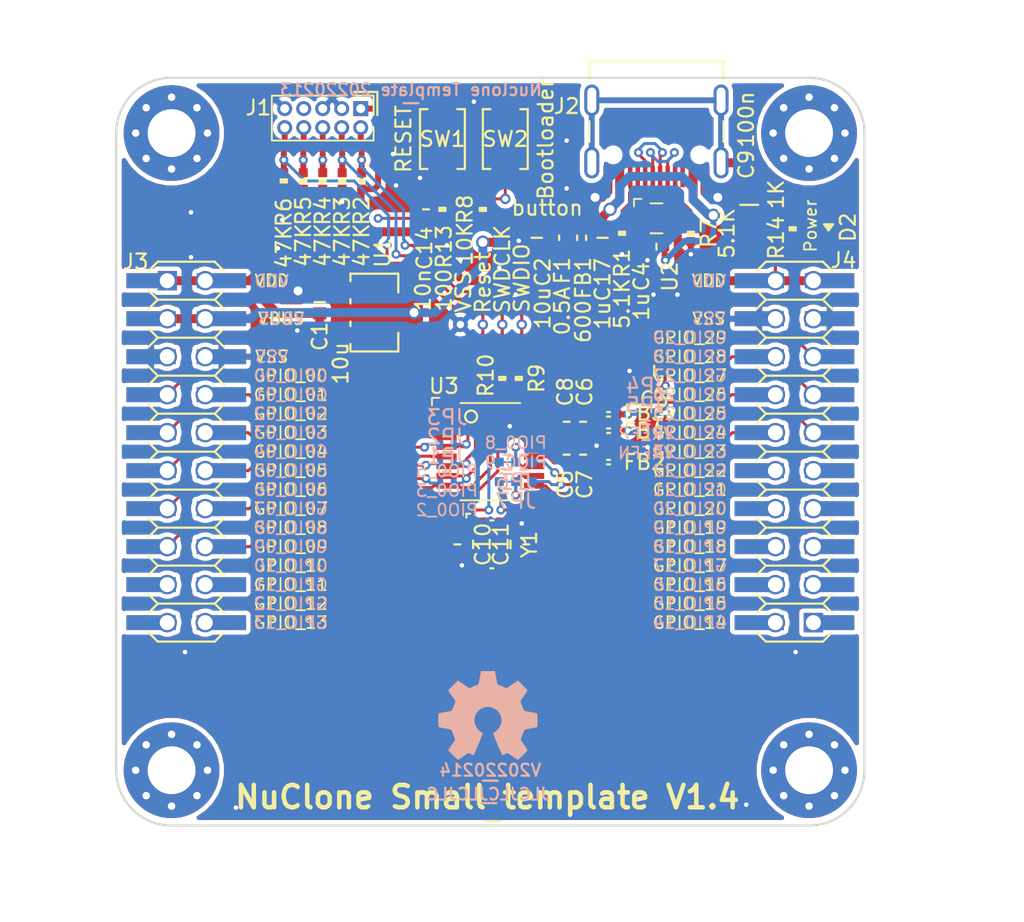
<source format=kicad_pcb>
(kicad_pcb (version 20171130) (host pcbnew 5.99.0+really5.1.10+dfsg1-1)
  (layers (0 F.Cu signal) (31 B.Cu signal) (34 B.Paste user) (35 F.Paste user) (36 B.SilkS user) (37 F.SilkS user) (38 B.Mask user) (39 F.Mask user) (44 Edge.Cuts user))
  (net 0 "")
  (net 1 /VBUS)
  (net 2 "Net-(F1-Pad2)")
  (net 3 /VDD)
  (net 4 "Net-(C9-Pad2)")
  (net 5 /VSS)
  (net 6 "Net-(J1-Pad7)")
  (net 7 /GPIO_28)
  (net 8 /GPIO_29)
  (net 9 /TMS)
  (net 10 /TCK)
  (net 11 /TDO)
  (net 12 /TDI)
  (net 13 /RESET)
  (net 14 "Net-(R13-Pad2)")
  (net 15 "Net-(D2-Pad2)")
  (net 16 "Net-(J2-PadB5)")
  (net 17 "Net-(J2-PadB8)")
  (net 18 "Net-(J2-PadA8)")
  (net 19 "Net-(J2-PadA5)")
  (net 20 /Bootloader)
  (net 21 /GPIO_20)
  (net 22 /GPIO_23)
  (net 23 /GPIO_27)
  (net 24 /GPIO_16)
  (net 25 /GPIO_21)
  (net 26 /GPIO_19)
  (net 27 /GPIO_17)
  (net 28 /GPIO_18)
  (net 29 /GPIO_15)
  (net 30 /GPIO_14)
  (net 31 /GPIO_22)
  (net 32 /GPIO_24)
  (net 33 /GPIO_25)
  (net 34 /GPIO_26)
  (net 35 /GPIO_13)
  (net 36 /GPIO_12)
  (net 37 /GPIO_11)
  (net 38 /GPIO_10)
  (net 39 /GPIO_09)
  (net 40 /GPIO_08)
  (net 41 /GPIO_07)
  (net 42 /GPIO_06)
  (net 43 /GPIO_05)
  (net 44 /GPIO_04)
  (net 45 /GPIO_03)
  (net 46 /GPIO_02)
  (net 47 /GPIO_01)
  (net 48 /GPIO_00)
  (net 49 /VUSB)
  (net 50 /DP)
  (net 51 /DN)
  (net 52 "Net-(U2-Pad4)")
  (net 53 "Net-(U2-Pad3)")
  (net 54 "Net-(C5-Pad1)")
  (net 55 "Net-(C6-Pad2)")
  (net 56 "Net-(C6-Pad1)")
  (net 57 /microcontroller/VDDA)
  (net 58 /microcontroller/VSSA)
  (net 59 /microcontroller/XTALOUT)
  (net 60 /microcontroller/XTALIN)
  (net 61 "Net-(C10-Pad1)")
  (net 62 "Net-(C11-Pad1)")
  (module SquantorCrystal:Crystal_3225_4 (layer F.Cu) (at 85.1 92.2 270)
    (fp_text reference Y1 (at 0 -2.5 90) (layer F.SilkS))
    (fp_text value 12MHz)
    (pad 1 smd rect (at -1.1 0.85 270) (size 1.4 1.2) (layers F.Cu F.Paste F.Mask) (net 61 "Net-(C10-Pad1)"))
    (pad 2 smd rect (at 1.1 0.85 270) (size 1.4 1.2) (layers F.Cu F.Paste F.Mask) (net 5 /VSS))
    (pad 3 smd rect (at 1.1 -0.85 270) (size 1.4 1.2) (layers F.Cu F.Paste F.Mask) (net 62 "Net-(C11-Pad1)"))
    (pad 4 smd rect (at -1.1 -0.85 270) (size 1.4 1.2) (layers F.Cu F.Paste F.Mask) (net 5 /VSS))
  )
  (module SquantorRcl:C_0402 (layer F.Cu) (at 87.4 92.2 90)
    (fp_text reference C11 (at 0 -1.7 90) (layer F.SilkS))
    (fp_text value 12p)
    (pad 2 smd rect (at 0.55 0 90) (size 0.6 0.6) (layers F.Cu F.Paste F.Mask) (net 5 /VSS))
    (pad 1 smd rect (at -0.55 0 90) (size 0.6 0.6) (layers F.Cu F.Paste F.Mask) (net 62 "Net-(C11-Pad1)"))
  )
  (module SquantorRcl:C_0402 (layer F.Cu) (at 82.8 92.2 270)
    (fp_text reference C10 (at 0 -1.7 90) (layer F.SilkS))
    (fp_text value 12p)
    (pad 2 smd rect (at 0.55 0 270) (size 0.6 0.6) (layers F.Cu F.Paste F.Mask) (net 5 /VSS))
    (pad 1 smd rect (at -0.55 0 270) (size 0.6 0.6) (layers F.Cu F.Paste F.Mask) (net 61 "Net-(C10-Pad1)"))
  )
  (module SquantorRcl:C_0603 (layer F.Cu) (at 95.95 80.6 180)
    (fp_text reference C3 (at 0 -1.9) (layer F.SilkS))
    (fp_text value 10u)
    (pad 2 smd rect (at 0.75 0 180) (size 0.8 0.9) (layers F.Cu F.Paste F.Mask) (net 5 /VSS))
    (pad 1 smd rect (at -0.75 0 180) (size 0.8 0.9) (layers F.Cu F.Paste F.Mask) (net 3 /VDD))
  )
  (module SquantorIC:SOT360-NXP (layer F.Cu) (at 85 86 270)
    (fp_text reference U3 (at -3.8 4.2) (layer F.SilkS) (effects (justify left bottom)))
    (fp_text value LPC824M201JDH20)
    (pad 10 smd rect (at 3.025 2.925 270) (size 0.6 1.35) (layers F.Cu F.Paste F.Mask) (net 39 /GPIO_09))
    (pad 9 smd rect (at 2.275 2.925 270) (size 0.4 1.35) (layers F.Cu F.Paste F.Mask) (net 40 /GPIO_08))
    (pad 8 smd rect (at 1.625 2.925 270) (size 0.4 1.35) (layers F.Cu F.Paste F.Mask) (net 9 /TMS))
    (pad 7 smd rect (at 0.975 2.925 270) (size 0.4 1.35) (layers F.Cu F.Paste F.Mask) (net 10 /TCK))
    (pad 6 smd rect (at 0.325 2.925 270) (size 0.4 1.35) (layers F.Cu F.Paste F.Mask) (net 43 /GPIO_05))
    (pad 1 smd rect (at -3.025 2.925 270) (size 0.6 1.35) (layers F.Cu F.Paste F.Mask) (net 48 /GPIO_00))
    (pad 2 smd rect (at -2.275 2.925 270) (size 0.4 1.35) (layers F.Cu F.Paste F.Mask) (net 47 /GPIO_01))
    (pad 3 smd rect (at -1.625 2.925 270) (size 0.4 1.35) (layers F.Cu F.Paste F.Mask) (net 46 /GPIO_02))
    (pad 4 smd rect (at -0.975 2.925 270) (size 0.4 1.35) (layers F.Cu F.Paste F.Mask) (net 45 /GPIO_03))
    (pad 5 smd rect (at -0.325 2.925 270) (size 0.4 1.35) (layers F.Cu F.Paste F.Mask) (net 13 /RESET))
    (pad 11 smd rect (at 3.025 -2.925 270) (size 0.6 1.35) (layers F.Cu F.Paste F.Mask) (net 32 /GPIO_24))
    (pad 12 smd rect (at 2.275 -2.925 270) (size 0.4 1.35) (layers F.Cu F.Paste F.Mask) (net 33 /GPIO_25))
    (pad 13 smd rect (at 1.625 -2.925 270) (size 0.4 1.35) (layers F.Cu F.Paste F.Mask) (net 59 /microcontroller/XTALOUT))
    (pad 14 smd rect (at 0.975 -2.925 270) (size 0.4 1.35) (layers F.Cu F.Paste F.Mask) (net 60 /microcontroller/XTALIN))
    (pad 20 smd rect (at -3.025 -2.925 270) (size 0.6 1.35) (layers F.Cu F.Paste F.Mask) (net 8 /GPIO_29))
    (pad 19 smd rect (at -2.275 -2.925 270) (size 0.4 1.35) (layers F.Cu F.Paste F.Mask) (net 7 /GPIO_28))
    (pad 18 smd rect (at -1.625 -2.925 270) (size 0.4 1.35) (layers F.Cu F.Paste F.Mask) (net 56 "Net-(C6-Pad1)"))
    (pad 17 smd rect (at -0.975 -2.925 270) (size 0.4 1.35) (layers F.Cu F.Paste F.Mask) (net 55 "Net-(C6-Pad2)"))
    (pad 16 smd rect (at -0.325 -2.925 270) (size 0.4 1.35) (layers F.Cu F.Paste F.Mask) (net 5 /VSS))
    (pad 15 smd rect (at 0.325 -2.925 270) (size 0.4 1.35) (layers F.Cu F.Paste F.Mask) (net 54 "Net-(C5-Pad1)"))
  )
  (module SquantorRcl:R_0402_hand (layer F.Cu) (at 85.8 81.1 270)
    (fp_text reference R10 (at -0.2 1.1 90) (layer F.SilkS))
    (fp_text value 2.2K)
    (pad 2 smd rect (at 0.55 0 270) (size 0.6 0.6) (layers F.Cu F.Paste F.Mask) (net 40 /GPIO_08))
    (pad 1 smd rect (at -0.55 0 270) (size 0.6 0.6) (layers F.Cu F.Paste F.Mask) (net 3 /VDD))
  )
  (module SquantorRcl:R_0402_hand (layer F.Cu) (at 86.9 81.1 270)
    (fp_text reference R9 (at 0 -1.2 90) (layer F.SilkS))
    (fp_text value 2.2K)
    (pad 2 smd rect (at 0.55 0 270) (size 0.6 0.6) (layers F.Cu F.Paste F.Mask) (net 39 /GPIO_09))
    (pad 1 smd rect (at -0.55 0 270) (size 0.6 0.6) (layers F.Cu F.Paste F.Mask) (net 3 /VDD))
  )
  (module SquantorSpecial:solder_jumper_0402_3way_12conn (layer B.Cu) (at 86.7 88)
    (fp_text reference JP7 (at 0 1.3) (layer B.SilkS) (effects (justify mirror)))
    (fp_text value PIO0_9 (at 0 -1.3) (layer B.SilkS) (effects (font (size 0.8 0.8) (thickness 0.12)) (justify mirror)))
    (fp_poly (pts (xy -0.8 0.05) (xy -0.3 0.05) (xy -0.3 -0.05) (xy -0.8 -0.05)) (layer B.Cu) (width 0.01))
    (pad 3 smd rect (at 1.1 0) (size 0.6 0.6) (layers B.Cu B.Mask) (net 34 /GPIO_26))
    (pad 2 smd rect (at 0 0) (size 0.6 0.6) (layers B.Cu B.Mask) (net 59 /microcontroller/XTALOUT))
    (pad 1 smd rect (at -1.1 0) (size 0.6 0.6) (layers B.Cu B.Mask) (net 62 "Net-(C11-Pad1)"))
  )
  (module SquantorSpecial:solder_jumper_0402_3way_12conn (layer B.Cu) (at 86.7 86.7)
    (fp_text reference JP6 (at 0 1.3) (layer B.SilkS) (effects (justify mirror)))
    (fp_text value PIO0_8 (at 0 -1.3) (layer B.SilkS) (effects (font (size 0.8 0.8) (thickness 0.12)) (justify mirror)))
    (fp_poly (pts (xy -0.8 0.05) (xy -0.3 0.05) (xy -0.3 -0.05) (xy -0.8 -0.05)) (layer B.Cu) (width 0.01))
    (pad 3 smd rect (at 1.1 0) (size 0.6 0.6) (layers B.Cu B.Mask) (net 23 /GPIO_27))
    (pad 2 smd rect (at 0 0) (size 0.6 0.6) (layers B.Cu B.Mask) (net 60 /microcontroller/XTALIN))
    (pad 1 smd rect (at -1.1 0) (size 0.6 0.6) (layers B.Cu B.Mask) (net 61 "Net-(C10-Pad1)"))
  )
  (module SquantorSpecial:solder_jumper_0402_2way_conn (layer B.Cu) (at 95.4 84.7 180)
    (fp_text reference JP5 (at 0 1.8) (layer B.SilkS) (effects (justify mirror)))
    (fp_text value VREFN (at 0 -1.4) (layer B.SilkS) (effects (font (size 0.8 0.8) (thickness 0.12)) (justify mirror)))
    (fp_poly (pts (xy -0.25 0.05) (xy 0.25 0.05) (xy 0.25 -0.05) (xy -0.25 -0.05)) (layer B.Cu) (width 0.01))
    (pad 2 smd rect (at 0.45 0 180) (size 0.4 0.6) (layers B.Cu B.Mask) (net 58 /microcontroller/VSSA))
    (pad 1 smd rect (at -0.45 0 180) (size 0.4 0.6) (layers B.Cu B.Mask) (net 5 /VSS))
  )
  (module SquantorSpecial:solder_jumper_0402_2way_conn (layer B.Cu) (at 95.4 83.4 180)
    (fp_text reference JP4 (at 0 1.8) (layer B.SilkS) (effects (justify mirror)))
    (fp_text value VREFP (at 0 -1.4) (layer B.SilkS) (effects (font (size 0.8 0.8) (thickness 0.12)) (justify mirror)))
    (fp_poly (pts (xy -0.25 0.05) (xy 0.25 0.05) (xy 0.25 -0.05) (xy -0.25 -0.05)) (layer B.Cu) (width 0.01))
    (pad 2 smd rect (at 0.45 0 180) (size 0.4 0.6) (layers B.Cu B.Mask) (net 57 /microcontroller/VDDA))
    (pad 1 smd rect (at -0.45 0 180) (size 0.4 0.6) (layers B.Cu B.Mask) (net 3 /VDD))
  )
  (module SquantorSpecial:solder_jumper_0402_2way_noconn (layer B.Cu) (at 82.1 85.5 180)
    (fp_text reference JP3 (at 0 1.8) (layer B.SilkS) (effects (justify mirror)))
    (fp_text value PIO0_5 (at 0 -1.8) (layer B.SilkS) (effects (font (size 0.8 0.8) (thickness 0.12)) (justify mirror)))
    (pad 2 smd rect (at 0.45 0 180) (size 0.4 0.6) (layers B.Cu B.Mask) (net 44 /GPIO_04))
    (pad 1 smd rect (at -0.45 0 180) (size 0.4 0.6) (layers B.Cu B.Mask) (net 13 /RESET))
  )
  (module SquantorSpecial:solder_jumper_0402_2way_noconn (layer B.Cu) (at 82.1 86.8 180)
    (fp_text reference JP2 (at 0 1.8) (layer B.SilkS) (effects (justify mirror)))
    (fp_text value PIO0_3 (at 0 -1.8) (layer B.SilkS) (effects (font (size 0.8 0.8) (thickness 0.12)) (justify mirror)))
    (pad 2 smd rect (at 0.45 0 180) (size 0.4 0.6) (layers B.Cu B.Mask) (net 42 /GPIO_06))
    (pad 1 smd rect (at -0.45 0 180) (size 0.4 0.6) (layers B.Cu B.Mask) (net 10 /TCK))
  )
  (module SquantorSpecial:solder_jumper_0402_2way_noconn (layer B.Cu) (at 82.1 88.1 180)
    (fp_text reference JP1 (at 0 1.8) (layer B.SilkS) (effects (justify mirror)))
    (fp_text value PIO0_2 (at 0 -1.8) (layer B.SilkS) (effects (font (size 0.8 0.8) (thickness 0.12)) (justify mirror)))
    (pad 2 smd rect (at 0.45 0 180) (size 0.4 0.6) (layers B.Cu B.Mask) (net 41 /GPIO_07))
    (pad 1 smd rect (at -0.45 0 180) (size 0.4 0.6) (layers B.Cu B.Mask) (net 9 /TMS))
  )
  (module SquantorRcl:L_0402 (layer F.Cu) (at 92.9 84.6)
    (fp_text reference FB4 (at 2.4 0) (layer F.SilkS))
    (fp_text value 600)
    (pad 2 smd rect (at 0.55 0) (size 0.6 0.6) (layers F.Cu F.Paste F.Mask) (net 58 /microcontroller/VSSA))
    (pad 1 smd rect (at -0.55 0) (size 0.6 0.6) (layers F.Cu F.Paste F.Mask) (net 55 "Net-(C6-Pad2)"))
  )
  (module SquantorRcl:L_0402 (layer F.Cu) (at 92.9 83.5)
    (fp_text reference FB3 (at 2.4 -0.1) (layer F.SilkS))
    (fp_text value 600)
    (pad 2 smd rect (at 0.55 0) (size 0.6 0.6) (layers F.Cu F.Paste F.Mask) (net 57 /microcontroller/VDDA))
    (pad 1 smd rect (at -0.55 0) (size 0.6 0.6) (layers F.Cu F.Paste F.Mask) (net 56 "Net-(C6-Pad1)"))
  )
  (module SquantorRcl:L_0402 (layer F.Cu) (at 92.9 86.7)
    (fp_text reference FB2 (at 2.4 0) (layer F.SilkS))
    (fp_text value 600)
    (pad 2 smd rect (at 0.55 0) (size 0.6 0.6) (layers F.Cu F.Paste F.Mask) (net 3 /VDD))
    (pad 1 smd rect (at -0.55 0) (size 0.6 0.6) (layers F.Cu F.Paste F.Mask) (net 54 "Net-(C5-Pad1)"))
  )
  (module SquantorRcl:C_0402 (layer F.Cu) (at 90.1 84 270)
    (fp_text reference C8 (at -2 0.1 90) (layer F.SilkS))
    (fp_text value 100n)
    (pad 2 smd rect (at 0.55 0 270) (size 0.6 0.6) (layers F.Cu F.Paste F.Mask) (net 55 "Net-(C6-Pad2)"))
    (pad 1 smd rect (at -0.55 0 270) (size 0.6 0.6) (layers F.Cu F.Paste F.Mask) (net 56 "Net-(C6-Pad1)"))
  )
  (module SquantorRcl:C_0402 (layer F.Cu) (at 91.2 86.2 90)
    (fp_text reference C7 (at -2 0.1 90) (layer F.SilkS))
    (fp_text value 100n)
    (pad 2 smd rect (at 0.55 0 90) (size 0.6 0.6) (layers F.Cu F.Paste F.Mask) (net 5 /VSS))
    (pad 1 smd rect (at -0.55 0 90) (size 0.6 0.6) (layers F.Cu F.Paste F.Mask) (net 54 "Net-(C5-Pad1)"))
  )
  (module SquantorRcl:C_0402 (layer F.Cu) (at 91.2 84 270)
    (fp_text reference C6 (at -2 -0.1 90) (layer F.SilkS))
    (fp_text value 1u)
    (pad 2 smd rect (at 0.55 0 270) (size 0.6 0.6) (layers F.Cu F.Paste F.Mask) (net 55 "Net-(C6-Pad2)"))
    (pad 1 smd rect (at -0.55 0 270) (size 0.6 0.6) (layers F.Cu F.Paste F.Mask) (net 56 "Net-(C6-Pad1)"))
  )
  (module SquantorRcl:C_0402 (layer F.Cu) (at 90.1 86.2 90)
    (fp_text reference C5 (at -2 -0.1 90) (layer F.SilkS))
    (fp_text value 1u)
    (pad 2 smd rect (at 0.55 0 90) (size 0.6 0.6) (layers F.Cu F.Paste F.Mask) (net 5 /VSS))
    (pad 1 smd rect (at -0.55 0 90) (size 0.6 0.6) (layers F.Cu F.Paste F.Mask) (net 54 "Net-(C5-Pad1)"))
  )
  (module SquantorIC:SOT363-ONsemi (layer F.Cu) (at 96.1 70.4)
    (fp_text reference U2 (at 0.9 3.9 90) (layer F.SilkS))
    (fp_text value TPESD0504C6)
    (pad 3 smd rect (at -0.92 0.65 270) (size 0.4 0.66) (layers F.Cu F.Paste F.Mask) (net 53 "Net-(U2-Pad3)"))
    (pad 2 smd rect (at -0.92 0 270) (size 0.4 0.66) (layers F.Cu F.Paste F.Mask) (net 5 /VSS))
    (pad 1 smd rect (at -0.92 -0.65 270) (size 0.4 0.66) (layers F.Cu F.Paste F.Mask) (net 51 /DN))
    (pad 4 smd rect (at 0.92 0.65 270) (size 0.4 0.66) (layers F.Cu F.Paste F.Mask) (net 52 "Net-(U2-Pad4)"))
    (pad 5 smd rect (at 0.92 0 270) (size 0.4 0.66) (layers F.Cu F.Paste F.Mask) (net 49 /VUSB))
    (pad 6 smd rect (at 0.92 -0.65 270) (size 0.4 0.66) (layers F.Cu F.Paste F.Mask) (net 50 /DP))
  )
  (module SquantorRcl:C_0402 (layer F.Cu) (at 96.1 72.3 180)
    (fp_text reference C4 (at 1 -2 90) (layer F.SilkS))
    (fp_text value 1u (at 1 -4 90) (layer F.SilkS))
    (pad 2 smd rect (at 0.55 0 180) (size 0.6 0.6) (layers F.Cu F.Paste F.Mask) (net 5 /VSS))
    (pad 1 smd rect (at -0.55 0 180) (size 0.6 0.6) (layers F.Cu F.Paste F.Mask) (net 49 /VUSB))
  )
  (module SquantorLabels:Label_Generic (layer B.Cu) (at 85 107.4 180)
    (fp_text reference N2 hide)
    (fp_text value V20220214 (at 0 0.1) (layer B.SilkS) (effects (font (size 0.8 0.8)) (justify mirror)))
  )
  (module SquantorConnectorsNamed:nuclone_small_right_stacked (layer F.Cu) (at 105.32 86 90)
    (fp_text reference J4 (at 12.8 3.28 180) (layer F.SilkS))
    (fp_text value nuclone_small_right)
    (fp_text user VSS (at 8.9 -5.705 180) (layer B.SilkS) (effects (font (size 0.8 0.8) (thickness 0.12)) (justify mirror)))
    (fp_text user GPIO_15 (at -10.16 -6.985 180) (layer B.SilkS) (effects (font (size 0.8 0.8) (thickness 0.12)) (justify mirror)))
    (fp_text user GPIO_17 (at -7.62 -6.985 180) (layer B.SilkS) (effects (font (size 0.8 0.8) (thickness 0.12)) (justify mirror)))
    (fp_text user GPIO_19 (at -5.08 -6.985 180) (layer B.SilkS) (effects (font (size 0.8 0.8) (thickness 0.12)) (justify mirror)))
    (fp_text user GPIO_21 (at -2.54 -6.985 180) (layer B.SilkS) (effects (font (size 0.8 0.8) (thickness 0.12)) (justify mirror)))
    (fp_text user GPIO_23 (at 0 -6.985 180) (layer B.SilkS) (effects (font (size 0.8 0.8) (thickness 0.12)) (justify mirror)))
    (fp_text user GPIO_25 (at 2.54 -6.985 180) (layer B.SilkS) (effects (font (size 0.8 0.8) (thickness 0.12)) (justify mirror)))
    (fp_text user GPIO_27 (at 5.08 -6.985 180) (layer B.SilkS) (effects (font (size 0.8 0.8) (thickness 0.12)) (justify mirror)))
    (fp_text user GPIO_29 (at 7.62 -6.985 180) (layer B.SilkS) (effects (font (size 0.8 0.8) (thickness 0.12)) (justify mirror)))
    (fp_text user VDD (at 11.4 -5.705 180) (layer B.SilkS) (effects (font (size 0.8 0.8) (thickness 0.12)) (justify mirror)))
    (fp_text user GPIO_14 (at -11.43 -6.985 180) (layer B.SilkS) (effects (font (size 0.8 0.8) (thickness 0.12)) (justify mirror)))
    (fp_text user GPIO_16 (at -8.89 -6.985 180) (layer B.SilkS) (effects (font (size 0.8 0.8) (thickness 0.12)) (justify mirror)))
    (fp_text user GPIO_18 (at -6.35 -6.985 180) (layer B.SilkS) (effects (font (size 0.8 0.8) (thickness 0.12)) (justify mirror)))
    (fp_text user GPIO_26 (at 3.81 -6.985 180) (layer B.SilkS) (effects (font (size 0.8 0.8) (thickness 0.12)) (justify mirror)))
    (fp_text user GPIO_28 (at 6.35 -6.985 180) (layer B.SilkS) (effects (font (size 0.8 0.8) (thickness 0.12)) (justify mirror)))
    (fp_text user GPIO_20 (at -3.81 -6.985 180) (layer B.SilkS) (effects (font (size 0.8 0.8) (thickness 0.12)) (justify mirror)))
    (fp_text user GPIO_22 (at -1.27 -6.985 180) (layer B.SilkS) (effects (font (size 0.8 0.8) (thickness 0.12)) (justify mirror)))
    (fp_text user GPIO_24 (at 1.27 -6.985 180) (layer B.SilkS) (effects (font (size 0.8 0.8) (thickness 0.12)) (justify mirror)))
    (fp_text user VSS (at 8.89 -5.715 180) (layer F.SilkS) (effects (font (size 0.8 0.8) (thickness 0.12))))
    (fp_text user GPIO_15 (at -10.16 -6.985 180) (layer F.SilkS) (effects (font (size 0.8 0.8) (thickness 0.12))))
    (fp_text user GPIO_17 (at -7.62 -6.985 180) (layer F.SilkS) (effects (font (size 0.8 0.8) (thickness 0.12))))
    (fp_text user GPIO_19 (at -5.08 -6.985 180) (layer F.SilkS) (effects (font (size 0.8 0.8) (thickness 0.12))))
    (fp_text user GPIO_21 (at -2.54 -6.985 180) (layer F.SilkS) (effects (font (size 0.8 0.8) (thickness 0.12))))
    (fp_text user GPIO_23 (at 0 -6.985 180) (layer F.SilkS) (effects (font (size 0.8 0.8) (thickness 0.12))))
    (fp_text user GPIO_25 (at 2.54 -6.985 180) (layer F.SilkS) (effects (font (size 0.8 0.8) (thickness 0.12))))
    (fp_text user GPIO_27 (at 5.08 -6.985 180) (layer F.SilkS) (effects (font (size 0.8 0.8) (thickness 0.12))))
    (fp_text user GPIO_29 (at 7.62 -6.985 180) (layer F.SilkS) (effects (font (size 0.8 0.8) (thickness 0.12))))
    (fp_text user VDD (at 11.43 -5.715 180) (layer F.SilkS) (effects (font (size 0.8 0.8) (thickness 0.12))))
    (fp_text user GPIO_14 (at -11.43 -6.985 180) (layer F.SilkS) (effects (font (size 0.8 0.8) (thickness 0.12))))
    (fp_text user GPIO_16 (at -8.89 -6.985 180) (layer F.SilkS) (effects (font (size 0.8 0.8) (thickness 0.12))))
    (fp_text user GPIO_18 (at -6.35 -6.985 180) (layer F.SilkS) (effects (font (size 0.8 0.8) (thickness 0.12))))
    (fp_text user GPIO_26 (at 3.81 -6.985 180) (layer F.SilkS) (effects (font (size 0.8 0.8) (thickness 0.12))))
    (fp_text user GPIO_28 (at 6.35 -6.985 180) (layer F.SilkS) (effects (font (size 0.8 0.8) (thickness 0.12))))
    (fp_text user GPIO_20 (at -3.81 -6.985 180) (layer F.SilkS) (effects (font (size 0.8 0.8) (thickness 0.12))))
    (fp_text user GPIO_22 (at -1.27 -6.985 180) (layer F.SilkS) (effects (font (size 0.8 0.8) (thickness 0.12))))
    (fp_text user GPIO_24 (at 1.27 -6.985 180) (layer F.SilkS) (effects (font (size 0.8 0.8) (thickness 0.12))))
    (pad 2 smd rect (at -11.43 -2.35 90) (size 1 3.3) (layers B.Cu B.Mask) (net 30 /GPIO_14))
    (pad 10 smd rect (at -1.27 -2.35 90) (size 1 3.3) (layers B.Cu B.Mask) (net 31 /GPIO_22))
    (pad 20 smd rect (at 11.43 -2.35 90) (size 1 3.3) (layers B.Cu B.Mask) (net 3 /VDD))
    (pad 12 smd rect (at 1.27 -2.35 90) (size 1 3.3) (layers B.Cu B.Mask) (net 32 /GPIO_24))
    (pad 18 smd rect (at 8.89 -2.35 90) (size 1 3.3) (layers B.Cu B.Mask) (net 5 /VSS))
    (pad 4 smd rect (at -8.89 -2.35 90) (size 1 3.3) (layers B.Cu B.Mask) (net 24 /GPIO_16))
    (pad 8 smd rect (at -3.81 -2.35 90) (size 1 3.3) (layers B.Cu B.Mask) (net 21 /GPIO_20))
    (pad 16 smd rect (at 6.35 -2.35 90) (size 1 3.3) (layers B.Cu B.Mask) (net 7 /GPIO_28))
    (pad 14 smd rect (at 3.81 -2.35 90) (size 1 3.3) (layers B.Cu B.Mask) (net 34 /GPIO_26))
    (pad 6 smd rect (at -6.35 -2.35 90) (size 1 3.3) (layers B.Cu B.Mask) (net 28 /GPIO_18))
    (pad 1 smd rect (at -11.43 2.35 90) (size 1 3.3) (layers B.Cu B.Mask) (net 29 /GPIO_15))
    (pad 5 smd rect (at -6.35 2.35 90) (size 1 3.3) (layers B.Cu B.Mask) (net 26 /GPIO_19))
    (pad 9 smd rect (at -1.27 2.35 90) (size 1 3.3) (layers B.Cu B.Mask) (net 22 /GPIO_23))
    (pad 7 smd rect (at -3.81 2.35 90) (size 1 3.3) (layers B.Cu B.Mask) (net 25 /GPIO_21))
    (pad 13 smd rect (at 3.81 2.35 90) (size 1 3.3) (layers B.Cu B.Mask) (net 23 /GPIO_27))
    (pad 19 smd rect (at 11.43 2.35 90) (size 1 3.3) (layers B.Cu B.Mask) (net 3 /VDD))
    (pad 15 smd rect (at 6.35 2.35 90) (size 1 3.3) (layers B.Cu B.Mask) (net 8 /GPIO_29))
    (pad 11 smd rect (at 1.27 2.35 90) (size 1 3.3) (layers B.Cu B.Mask) (net 33 /GPIO_25))
    (pad 17 smd rect (at 8.89 2.35 90) (size 1 3.3) (layers B.Cu B.Mask) (net 5 /VSS))
    (pad 3 smd rect (at -8.89 2.35 90) (size 1 3.3) (layers B.Cu B.Mask) (net 27 /GPIO_17))
    (pad 1 thru_hole rect (at -11.43 1.27 90) (size 1.3 1.3) (drill 1) (layers *.Cu *.Mask) (net 29 /GPIO_15))
    (pad 2 thru_hole circle (at -11.43 -1.27 90) (size 1.3 1.3) (drill 1) (layers *.Cu *.Mask) (net 30 /GPIO_14))
    (pad 3 thru_hole circle (at -8.89 1.27 90) (size 1.3 1.3) (drill 1) (layers *.Cu *.Mask) (net 27 /GPIO_17))
    (pad 4 thru_hole circle (at -8.89 -1.27 90) (size 1.3 1.3) (drill 1) (layers *.Cu *.Mask) (net 24 /GPIO_16))
    (pad 5 thru_hole circle (at -6.35 1.27 90) (size 1.3 1.3) (drill 1) (layers *.Cu *.Mask) (net 26 /GPIO_19))
    (pad 6 thru_hole circle (at -6.35 -1.27 90) (size 1.3 1.3) (drill 1) (layers *.Cu *.Mask) (net 28 /GPIO_18))
    (pad 7 thru_hole circle (at -3.81 1.27 90) (size 1.3 1.3) (drill 1) (layers *.Cu *.Mask) (net 25 /GPIO_21))
    (pad 8 thru_hole circle (at -3.81 -1.27 90) (size 1.3 1.3) (drill 1) (layers *.Cu *.Mask) (net 21 /GPIO_20))
    (pad 9 thru_hole circle (at -1.27 1.27 90) (size 1.3 1.3) (drill 1) (layers *.Cu *.Mask) (net 22 /GPIO_23))
    (pad 10 thru_hole circle (at -1.27 -1.27 90) (size 1.3 1.3) (drill 1) (layers *.Cu *.Mask) (net 31 /GPIO_22))
    (pad 11 thru_hole circle (at 1.27 1.27 90) (size 1.3 1.3) (drill 1) (layers *.Cu *.Mask) (net 33 /GPIO_25))
    (pad 12 thru_hole circle (at 1.27 -1.27 90) (size 1.3 1.3) (drill 1) (layers *.Cu *.Mask) (net 32 /GPIO_24))
    (pad 13 thru_hole circle (at 3.81 1.27 90) (size 1.3 1.3) (drill 1) (layers *.Cu *.Mask) (net 23 /GPIO_27))
    (pad 14 thru_hole circle (at 3.81 -1.27 90) (size 1.3 1.3) (drill 1) (layers *.Cu *.Mask) (net 34 /GPIO_26))
    (pad 15 thru_hole circle (at 6.35 1.27 90) (size 1.3 1.3) (drill 1) (layers *.Cu *.Mask) (net 8 /GPIO_29))
    (pad 16 thru_hole circle (at 6.35 -1.27 90) (size 1.3 1.3) (drill 1) (layers *.Cu *.Mask) (net 7 /GPIO_28))
    (pad 17 thru_hole circle (at 8.89 1.27 90) (size 1.3 1.3) (drill 1) (layers *.Cu *.Mask) (net 5 /VSS))
    (pad 18 thru_hole circle (at 8.89 -1.27 90) (size 1.3 1.3) (drill 1) (layers *.Cu *.Mask) (net 5 /VSS))
    (pad 19 thru_hole circle (at 11.43 1.27 90) (size 1.3 1.3) (drill 1) (layers *.Cu *.Mask) (net 3 /VDD))
    (pad 20 thru_hole circle (at 11.43 -1.27 90) (size 1.3 1.3) (drill 1) (layers *.Cu *.Mask) (net 3 /VDD))
    (pad 1 smd rect (at -11.43 2.35 90) (size 1 3.3) (layers F.Cu F.Mask) (net 29 /GPIO_15))
    (pad 3 smd rect (at -8.89 2.35 90) (size 1 3.3) (layers F.Cu F.Mask) (net 27 /GPIO_17))
    (pad 5 smd rect (at -6.35 2.35 90) (size 1 3.3) (layers F.Cu F.Mask) (net 26 /GPIO_19))
    (pad 7 smd rect (at -3.81 2.35 90) (size 1 3.3) (layers F.Cu F.Mask) (net 25 /GPIO_21))
    (pad 9 smd rect (at -1.27 2.35 90) (size 1 3.3) (layers F.Cu F.Mask) (net 22 /GPIO_23))
    (pad 11 smd rect (at 1.27 2.35 90) (size 1 3.3) (layers F.Cu F.Mask) (net 33 /GPIO_25))
    (pad 13 smd rect (at 3.81 2.35 90) (size 1 3.3) (layers F.Cu F.Mask) (net 23 /GPIO_27))
    (pad 15 smd rect (at 6.35 2.35 90) (size 1 3.3) (layers F.Cu F.Mask) (net 8 /GPIO_29))
    (pad 17 smd rect (at 8.89 2.35 90) (size 1 3.3) (layers F.Cu F.Mask) (net 5 /VSS))
    (pad 19 smd rect (at 11.43 2.35 90) (size 1 3.3) (layers F.Cu F.Mask) (net 3 /VDD))
    (pad 20 smd rect (at 11.43 -2.35 90) (size 1 3.3) (layers F.Cu F.Mask) (net 3 /VDD))
    (pad 18 smd rect (at 8.89 -2.35 90) (size 1 3.3) (layers F.Cu F.Mask) (net 5 /VSS))
    (pad 16 smd rect (at 6.35 -2.35 90) (size 1 3.3) (layers F.Cu F.Mask) (net 7 /GPIO_28))
    (pad 14 smd rect (at 3.81 -2.35 90) (size 1 3.3) (layers F.Cu F.Mask) (net 34 /GPIO_26))
    (pad 12 smd rect (at 1.27 -2.35 90) (size 1 3.3) (layers F.Cu F.Mask) (net 32 /GPIO_24))
    (pad 10 smd rect (at -1.27 -2.35 90) (size 1 3.3) (layers F.Cu F.Mask) (net 31 /GPIO_22))
    (pad 8 smd rect (at -3.81 -2.35 90) (size 1 3.3) (layers F.Cu F.Mask) (net 21 /GPIO_20))
    (pad 6 smd rect (at -6.35 -2.35 90) (size 1 3.3) (layers F.Cu F.Mask) (net 28 /GPIO_18))
    (pad 4 smd rect (at -8.89 -2.35 90) (size 1 3.3) (layers F.Cu F.Mask) (net 24 /GPIO_16))
    (pad 2 smd rect (at -11.43 -2.35 90) (size 1 3.3) (layers F.Cu F.Mask) (net 30 /GPIO_14))
  )
  (module SquantorConnectorsNamed:nuclone_small_left_stacked (layer F.Cu) (at 64.68 86 270)
    (fp_text reference J3 (at -12.7 3.38) (layer F.SilkS))
    (fp_text value nuclone_small_left)
    (fp_text user VBUS (at -8.89 -6.35) (layer F.SilkS) (effects (font (size 0.8 0.8) (thickness 0.12))))
    (fp_text user VDD (at -11.43 -5.715) (layer F.SilkS) (effects (font (size 0.8 0.8) (thickness 0.12))))
    (fp_text user GPIO_12 (at 10.16 -6.985) (layer F.SilkS) (effects (font (size 0.8 0.8) (thickness 0.12))))
    (fp_text user GPIO_10 (at 7.62 -6.985) (layer F.SilkS) (effects (font (size 0.8 0.8) (thickness 0.12))))
    (fp_text user GPIO_08 (at 5.08 -6.985) (layer F.SilkS) (effects (font (size 0.8 0.8) (thickness 0.12))))
    (fp_text user GPIO_06 (at 2.54 -6.985) (layer F.SilkS) (effects (font (size 0.8 0.8) (thickness 0.12))))
    (fp_text user GPIO_04 (at 0 -6.985) (layer F.SilkS) (effects (font (size 0.8 0.8) (thickness 0.12))))
    (fp_text user GPIO_13 (at 11.43 -6.985) (layer F.SilkS) (effects (font (size 0.8 0.8) (thickness 0.12))))
    (fp_text user GPIO_11 (at 8.89 -6.985) (layer F.SilkS) (effects (font (size 0.8 0.8) (thickness 0.12))))
    (fp_text user GPIO_09 (at 6.35 -6.985) (layer F.SilkS) (effects (font (size 0.8 0.8) (thickness 0.12))))
    (fp_text user GPIO_07 (at 3.81 -6.985) (layer F.SilkS) (effects (font (size 0.8 0.8) (thickness 0.12))))
    (fp_text user GPIO_05 (at 1.27 -6.985) (layer F.SilkS) (effects (font (size 0.8 0.8) (thickness 0.12))))
    (fp_text user GPIO_01 (at -3.81 -6.985) (layer F.SilkS) (effects (font (size 0.8 0.8) (thickness 0.12))))
    (fp_text user GPIO_00 (at -5.08 -6.985) (layer F.SilkS) (effects (font (size 0.8 0.8) (thickness 0.12))))
    (fp_text user VSS (at -6.35 -5.715) (layer F.SilkS) (effects (font (size 0.8 0.8) (thickness 0.12))))
    (fp_text user GPIO_03 (at -1.27 -6.985) (layer F.SilkS) (effects (font (size 0.8 0.8) (thickness 0.12))))
    (fp_text user GPIO_02 (at -2.54 -6.985) (layer F.SilkS) (effects (font (size 0.8 0.8) (thickness 0.12))))
    (fp_text user VBUS (at -8.89 -6.35) (layer B.SilkS) (effects (font (size 0.8 0.8) (thickness 0.12)) (justify mirror)))
    (fp_text user VDD (at -11.4 -5.715) (layer B.SilkS) (effects (font (size 0.8 0.8) (thickness 0.12)) (justify mirror)))
    (fp_text user GPIO_12 (at 10.16 -6.985) (layer B.SilkS) (effects (font (size 0.8 0.8) (thickness 0.12)) (justify mirror)))
    (fp_text user GPIO_10 (at 7.62 -6.985) (layer B.SilkS) (effects (font (size 0.8 0.8) (thickness 0.12)) (justify mirror)))
    (fp_text user GPIO_08 (at 5.08 -6.985) (layer B.SilkS) (effects (font (size 0.8 0.8) (thickness 0.12)) (justify mirror)))
    (fp_text user GPIO_06 (at 2.54 -6.985) (layer B.SilkS) (effects (font (size 0.8 0.8) (thickness 0.12)) (justify mirror)))
    (fp_text user GPIO_04 (at 0 -6.985) (layer B.SilkS) (effects (font (size 0.8 0.8) (thickness 0.12)) (justify mirror)))
    (fp_text user GPIO_13 (at 11.43 -6.985) (layer B.SilkS) (effects (font (size 0.8 0.8) (thickness 0.12)) (justify mirror)))
    (fp_text user GPIO_11 (at 8.89 -6.985) (layer B.SilkS) (effects (font (size 0.8 0.8) (thickness 0.12)) (justify mirror)))
    (fp_text user GPIO_09 (at 6.35 -6.985) (layer B.SilkS) (effects (font (size 0.8 0.8) (thickness 0.12)) (justify mirror)))
    (fp_text user GPIO_07 (at 3.81 -6.985) (layer B.SilkS) (effects (font (size 0.8 0.8) (thickness 0.12)) (justify mirror)))
    (fp_text user GPIO_05 (at 1.27 -6.985) (layer B.SilkS) (effects (font (size 0.8 0.8) (thickness 0.12)) (justify mirror)))
    (fp_text user GPIO_03 (at -1.27 -6.985) (layer B.SilkS) (effects (font (size 0.8 0.8) (thickness 0.12)) (justify mirror)))
    (fp_text user GPIO_02 (at -2.54 -6.985) (layer B.SilkS) (effects (font (size 0.8 0.8) (thickness 0.12)) (justify mirror)))
    (fp_text user GPIO_01 (at -3.81 -6.985) (layer B.SilkS) (effects (font (size 0.8 0.8) (thickness 0.12)) (justify mirror)))
    (fp_text user GPIO_00 (at -5.08 -6.985) (layer B.SilkS) (effects (font (size 0.8 0.8) (thickness 0.12)) (justify mirror)))
    (fp_text user VSS (at -6.35 -5.715) (layer B.SilkS) (effects (font (size 0.8 0.8) (thickness 0.12)) (justify mirror)))
    (pad 20 thru_hole circle (at 11.43 -1.27 270) (size 1.3 1.3) (drill 1) (layers *.Cu *.Mask) (net 35 /GPIO_13))
    (pad 19 thru_hole circle (at 11.43 1.27 270) (size 1.3 1.3) (drill 1) (layers *.Cu *.Mask) (net 36 /GPIO_12))
    (pad 18 thru_hole circle (at 8.89 -1.27 270) (size 1.3 1.3) (drill 1) (layers *.Cu *.Mask) (net 37 /GPIO_11))
    (pad 17 thru_hole circle (at 8.89 1.27 270) (size 1.3 1.3) (drill 1) (layers *.Cu *.Mask) (net 38 /GPIO_10))
    (pad 16 thru_hole circle (at 6.35 -1.27 270) (size 1.3 1.3) (drill 1) (layers *.Cu *.Mask) (net 39 /GPIO_09))
    (pad 15 thru_hole circle (at 6.35 1.27 270) (size 1.3 1.3) (drill 1) (layers *.Cu *.Mask) (net 40 /GPIO_08))
    (pad 14 thru_hole circle (at 3.81 -1.27 270) (size 1.3 1.3) (drill 1) (layers *.Cu *.Mask) (net 41 /GPIO_07))
    (pad 13 thru_hole circle (at 3.81 1.27 270) (size 1.3 1.3) (drill 1) (layers *.Cu *.Mask) (net 42 /GPIO_06))
    (pad 12 thru_hole circle (at 1.27 -1.27 270) (size 1.3 1.3) (drill 1) (layers *.Cu *.Mask) (net 43 /GPIO_05))
    (pad 11 thru_hole circle (at 1.27 1.27 270) (size 1.3 1.3) (drill 1) (layers *.Cu *.Mask) (net 44 /GPIO_04))
    (pad 10 thru_hole circle (at -1.27 -1.27 270) (size 1.3 1.3) (drill 1) (layers *.Cu *.Mask) (net 45 /GPIO_03))
    (pad 9 thru_hole circle (at -1.27 1.27 270) (size 1.3 1.3) (drill 1) (layers *.Cu *.Mask) (net 46 /GPIO_02))
    (pad 8 thru_hole circle (at -3.81 -1.27 270) (size 1.3 1.3) (drill 1) (layers *.Cu *.Mask) (net 47 /GPIO_01))
    (pad 7 thru_hole circle (at -3.81 1.27 270) (size 1.3 1.3) (drill 1) (layers *.Cu *.Mask) (net 48 /GPIO_00))
    (pad 6 thru_hole circle (at -6.35 -1.27 270) (size 1.3 1.3) (drill 1) (layers *.Cu *.Mask) (net 5 /VSS))
    (pad 5 thru_hole circle (at -6.35 1.27 270) (size 1.3 1.3) (drill 1) (layers *.Cu *.Mask) (net 5 /VSS))
    (pad 4 thru_hole circle (at -8.89 -1.27 270) (size 1.3 1.3) (drill 1) (layers *.Cu *.Mask) (net 1 /VBUS))
    (pad 3 thru_hole circle (at -8.89 1.27 270) (size 1.3 1.3) (drill 1) (layers *.Cu *.Mask) (net 1 /VBUS))
    (pad 2 thru_hole circle (at -11.43 -1.27 270) (size 1.3 1.3) (drill 1) (layers *.Cu *.Mask) (net 3 /VDD))
    (pad 1 thru_hole rect (at -11.43 1.27 270) (size 1.3 1.3) (drill 1) (layers *.Cu *.Mask) (net 3 /VDD))
    (pad 1 smd rect (at -11.43 2.35 270) (size 1 3.3) (layers F.Cu F.Mask) (net 3 /VDD))
    (pad 3 smd rect (at -8.89 2.35 270) (size 1 3.3) (layers F.Cu F.Mask) (net 1 /VBUS))
    (pad 5 smd rect (at -6.35 2.35 270) (size 1 3.3) (layers F.Cu F.Mask) (net 5 /VSS))
    (pad 7 smd rect (at -3.81 2.35 270) (size 1 3.3) (layers F.Cu F.Mask) (net 48 /GPIO_00))
    (pad 9 smd rect (at -1.27 2.35 270) (size 1 3.3) (layers F.Cu F.Mask) (net 46 /GPIO_02))
    (pad 11 smd rect (at 1.27 2.35 270) (size 1 3.3) (layers F.Cu F.Mask) (net 44 /GPIO_04))
    (pad 13 smd rect (at 3.81 2.35 270) (size 1 3.3) (layers F.Cu F.Mask) (net 42 /GPIO_06))
    (pad 15 smd rect (at 6.35 2.35 270) (size 1 3.3) (layers F.Cu F.Mask) (net 40 /GPIO_08))
    (pad 17 smd rect (at 8.89 2.35 270) (size 1 3.3) (layers F.Cu F.Mask) (net 38 /GPIO_10))
    (pad 19 smd rect (at 11.43 2.35 270) (size 1 3.3) (layers F.Cu F.Mask) (net 36 /GPIO_12))
    (pad 20 smd rect (at 11.43 -2.35 270) (size 1 3.3) (layers F.Cu F.Mask) (net 35 /GPIO_13))
    (pad 18 smd rect (at 8.89 -2.35 270) (size 1 3.3) (layers F.Cu F.Mask) (net 37 /GPIO_11))
    (pad 16 smd rect (at 6.35 -2.35 270) (size 1 3.3) (layers F.Cu F.Mask) (net 39 /GPIO_09))
    (pad 14 smd rect (at 3.81 -2.35 270) (size 1 3.3) (layers F.Cu F.Mask) (net 41 /GPIO_07))
    (pad 12 smd rect (at 1.27 -2.35 270) (size 1 3.3) (layers F.Cu F.Mask) (net 43 /GPIO_05))
    (pad 10 smd rect (at -1.27 -2.35 270) (size 1 3.3) (layers F.Cu F.Mask) (net 45 /GPIO_03))
    (pad 8 smd rect (at -3.81 -2.35 270) (size 1 3.3) (layers F.Cu F.Mask) (net 47 /GPIO_01))
    (pad 6 smd rect (at -6.35 -2.35 270) (size 1 3.3) (layers F.Cu F.Mask) (net 5 /VSS))
    (pad 4 smd rect (at -8.89 -2.35 270) (size 1 3.3) (layers F.Cu F.Mask) (net 1 /VBUS))
    (pad 2 smd rect (at -11.43 -2.35 270) (size 1 3.3) (layers F.Cu F.Mask) (net 3 /VDD))
    (pad 7 smd rect (at -3.81 2.35 270) (size 1 3.3) (layers B.Cu B.Mask) (net 48 /GPIO_00))
    (pad 15 smd rect (at 6.35 2.35 270) (size 1 3.3) (layers B.Cu B.Mask) (net 40 /GPIO_08))
    (pad 9 smd rect (at -1.27 2.35 270) (size 1 3.3) (layers B.Cu B.Mask) (net 46 /GPIO_02))
    (pad 11 smd rect (at 1.27 2.35 270) (size 1 3.3) (layers B.Cu B.Mask) (net 44 /GPIO_04))
    (pad 13 smd rect (at 3.81 2.35 270) (size 1 3.3) (layers B.Cu B.Mask) (net 42 /GPIO_06))
    (pad 19 smd rect (at 11.43 2.35 270) (size 1 3.3) (layers B.Cu B.Mask) (net 36 /GPIO_12))
    (pad 1 smd rect (at -11.43 2.35 270) (size 1 3.3) (layers B.Cu B.Mask) (net 3 /VDD))
    (pad 17 smd rect (at 8.89 2.35 270) (size 1 3.3) (layers B.Cu B.Mask) (net 38 /GPIO_10))
    (pad 5 smd rect (at -6.35 2.35 270) (size 1 3.3) (layers B.Cu B.Mask) (net 5 /VSS))
    (pad 3 smd rect (at -8.89 2.35 270) (size 1 3.3) (layers B.Cu B.Mask) (net 1 /VBUS))
    (pad 16 smd rect (at 6.35 -2.35 270) (size 1 3.3) (layers B.Cu B.Mask) (net 39 /GPIO_09))
    (pad 10 smd rect (at -1.27 -2.35 270) (size 1 3.3) (layers B.Cu B.Mask) (net 45 /GPIO_03))
    (pad 14 smd rect (at 3.81 -2.35 270) (size 1 3.3) (layers B.Cu B.Mask) (net 41 /GPIO_07))
    (pad 2 smd rect (at -11.43 -2.35 270) (size 1 3.3) (layers B.Cu B.Mask) (net 3 /VDD))
    (pad 20 smd rect (at 11.43 -2.35 270) (size 1 3.3) (layers B.Cu B.Mask) (net 35 /GPIO_13))
    (pad 6 smd rect (at -6.35 -2.35 270) (size 1 3.3) (layers B.Cu B.Mask) (net 5 /VSS))
    (pad 4 smd rect (at -8.89 -2.35 270) (size 1 3.3) (layers B.Cu B.Mask) (net 1 /VBUS))
    (pad 18 smd rect (at 8.89 -2.35 270) (size 1 3.3) (layers B.Cu B.Mask) (net 37 /GPIO_11))
    (pad 8 smd rect (at -3.81 -2.35 270) (size 1 3.3) (layers B.Cu B.Mask) (net 47 /GPIO_01))
    (pad 12 smd rect (at 1.27 -2.35 270) (size 1 3.3) (layers B.Cu B.Mask) (net 43 /GPIO_05))
  )
  (module SquantorLabels:Label_Generic (layer B.Cu) (at 79.7 62.1 180)
    (fp_text reference N5 hide)
    (fp_text value "Nuclone Template 20220213" (at 0 0.3) (layer B.SilkS) (effects (font (size 0.8 0.8)) (justify mirror)))
  )
  (module SquantorTestPoints:TestPoint_hole_H05R10 (layer F.Cu) (at 83 77.5)
    (fp_text reference TP3)
    (fp_text value VSS (at 0.2 -2.2 90) (layer F.SilkS))
    (pad 1 thru_hole circle (at 0 0) (size 1 1) (drill 0.5) (layers *.Cu *.Mask) (net 5 /VSS))
  )
  (module SquantorTestPoints:TestPoint_hole_H04R07 (layer F.Cu) (at 84.5 77.5)
    (fp_text reference TP5)
    (fp_text value Reset (at 0 -2.8 90) (layer F.SilkS))
    (pad 1 thru_hole circle (at 0 0) (size 0.7 0.7) (drill 0.4) (layers *.Cu *.Mask) (net 13 /RESET))
  )
  (module SquantorTestPoints:TestPoint_hole_H04R07 (layer F.Cu) (at 87.1 77.5)
    (fp_text reference TP1)
    (fp_text value SWDIO (at 0 -3.1 90) (layer F.SilkS))
    (pad 1 thru_hole circle (at 0 0) (size 0.7 0.7) (drill 0.4) (layers *.Cu *.Mask) (net 9 /TMS))
  )
  (module SquantorTestPoints:TestPoint_hole_H04R07 (layer F.Cu) (at 85.8 77.5)
    (fp_text reference TP2)
    (fp_text value SWDCLK (at 0 -3.7 90) (layer F.SilkS))
    (pad 1 thru_hole circle (at 0 0) (size 0.7 0.7) (drill 0.4) (layers *.Cu *.Mask) (net 10 /TCK))
  )
  (module SquantorConnectors:Header-0127-2X05-H006 (layer F.Cu) (at 73.8 63.7 180)
    (fp_text reference J1 (at 4.3 0.7) (layer F.SilkS))
    (fp_text value JTAG_2X05)
    (pad 10 thru_hole circle (at 2.54 -0.635 180) (size 1 1) (drill 0.6) (layers *.Cu *.Mask) (net 13 /RESET))
    (pad 9 thru_hole circle (at 2.54 0.635 180) (size 1 1) (drill 0.6) (layers *.Cu *.Mask) (net 5 /VSS))
    (pad 8 thru_hole circle (at 1.27 -0.635 180) (size 1 1) (drill 0.6) (layers *.Cu *.Mask) (net 12 /TDI))
    (pad 7 thru_hole circle (at 1.27 0.635 180) (size 1 1) (drill 0.6) (layers *.Cu *.Mask) (net 6 "Net-(J1-Pad7)"))
    (pad 6 thru_hole circle (at 0 -0.635 180) (size 1 1) (drill 0.6) (layers *.Cu *.Mask) (net 11 /TDO))
    (pad 5 thru_hole circle (at 0 0.635 180) (size 1 1) (drill 0.6) (layers *.Cu *.Mask) (net 5 /VSS))
    (pad 4 thru_hole circle (at -1.27 -0.635 180) (size 1 1) (drill 0.6) (layers *.Cu *.Mask) (net 10 /TCK))
    (pad 3 thru_hole circle (at -1.27 0.635 180) (size 1 1) (drill 0.6) (layers *.Cu *.Mask) (net 5 /VSS))
    (pad 2 thru_hole circle (at -2.54 -0.635 180) (size 1 1) (drill 0.6) (layers *.Cu *.Mask) (net 9 /TMS))
    (pad 1 thru_hole rect (at -2.54 0.635 180) (size 1 1) (drill 0.6) (layers *.Cu *.Mask) (net 3 /VDD))
  )
  (module SquantorIC:SOT89-NXP (layer F.Cu) (at 76.9 76.7 270)
    (fp_text reference U1 (at -4 -0.9 90) (layer F.SilkS))
    (fp_text value MCP1702-MB)
    (pad 2 smd rect (at 0 -1.825 270) (size 1.9 0.85) (layers F.Cu F.Paste) (net 1 /VBUS))
    (pad 2 smd rect (at 0 -0.6 270) (size 1.2 1.2) (layers F.Cu F.Paste) (net 1 /VBUS))
    (pad 3 smd rect (at 1.5 1.75 270) (size 0.6 1) (layers F.Cu F.Paste) (net 3 /VDD))
    (pad 1 smd rect (at -1.5 1.75 270) (size 0.6 1) (layers F.Cu F.Paste) (net 5 /VSS))
    (pad 2 smd rect (at 0 1.75 270) (size 0.6 1) (layers F.Cu F.Paste) (net 1 /VBUS))
    (pad 2 smd rect (at 0 -0.9 270) (size 2 2.8) (layers F.Cu F.Mask) (net 1 /VBUS))
    (pad 3 smd rect (at 1.5 1.75 270) (size 0.7 1.1) (layers F.Cu F.Mask) (net 3 /VDD))
    (pad 2 smd rect (at 0 1.4 270) (size 0.7 1.8) (layers F.Cu F.Mask) (net 1 /VBUS))
    (pad 1 smd rect (at -1.5 1.75 270) (size 0.7 1.1) (layers F.Cu F.Mask) (net 5 /VSS))
  )
  (module SquantorSwitches:TD-85XU (layer F.Cu) (at 86 65.1 270)
    (fp_text reference SW2 (at 0 0 180) (layer F.SilkS))
    (fp_text value Bootloader (at 0 -2.7 90) (layer F.SilkS))
    (pad 2 smd rect (at 2.5 0 270) (size 0.9 1.4) (layers F.Cu F.Paste F.Mask) (net 20 /Bootloader))
    (pad 1 smd rect (at -2.5 0 270) (size 0.9 1.4) (layers F.Cu F.Paste F.Mask) (net 5 /VSS))
  )
  (module SquantorSwitches:TD-85XU (layer F.Cu) (at 81.8 65.1 270)
    (fp_text reference SW1 (at 0 0 180) (layer F.SilkS))
    (fp_text value RESET (at 0 2.6 90) (layer F.SilkS))
    (pad 2 smd rect (at 2.5 0 270) (size 0.9 1.4) (layers F.Cu F.Paste F.Mask) (net 14 "Net-(R13-Pad2)"))
    (pad 1 smd rect (at -2.5 0 270) (size 0.9 1.4) (layers F.Cu F.Paste F.Mask) (net 5 /VSS))
  )
  (module SquantorTestPoints:TestPoint_hole_H04R07 (layer F.Cu) (at 86 69.1)
    (fp_text reference TP4)
    (fp_text value button (at 2.8 0.6 180) (layer F.SilkS))
    (pad 1 thru_hole circle (at 0 0) (size 0.7 0.7) (drill 0.4) (layers *.Cu *.Mask) (net 20 /Bootloader))
  )
  (module SquantorRcl:R_0402_hand (layer F.Cu) (at 84.5 69.8 270)
    (fp_text reference R8 (at 0 1.2 90) (layer F.SilkS))
    (fp_text value 10K (at 2.3 1.2 90) (layer F.SilkS))
    (pad 2 smd rect (at 0.55 0 270) (size 0.6 0.6) (layers F.Cu F.Paste F.Mask) (net 3 /VDD))
    (pad 1 smd rect (at -0.55 0 270) (size 0.6 0.6) (layers F.Cu F.Paste F.Mask) (net 20 /Bootloader))
  )
  (module SquantorRcl:R_0402_hand (layer F.Cu) (at 98.4 71.4 90)
    (fp_text reference R7 (at 0 1.2 90) (layer F.SilkS))
    (fp_text value 5.1K (at 0 2.4 90) (layer F.SilkS))
    (pad 2 smd rect (at 0.55 0 90) (size 0.6 0.6) (layers F.Cu F.Paste F.Mask) (net 19 "Net-(J2-PadA5)"))
    (pad 1 smd rect (at -0.55 0 90) (size 0.6 0.6) (layers F.Cu F.Paste F.Mask) (net 5 /VSS))
  )
  (module SquantorUsb:USB-C-HRO-31-M-12 (layer F.Cu) (at 96.1 67.6 180)
    (fp_text reference J2 (at 6 4.7) (layer F.SilkS))
    (fp_text value TYPE-C-31-M-12)
    (pad "" np_thru_hole circle (at -2.89 1.445 180) (size 0.65 0.65) (drill 0.65) (layers *.Cu *.Mask))
    (pad "" np_thru_hole circle (at 2.89 1.445 180) (size 0.65 0.65) (drill 0.65) (layers *.Cu *.Mask))
    (pad S thru_hole oval (at 4.32 5.095 180) (size 1 2.1) (drill oval 0.6 1.7) (layers *.Cu *.Mask) (net 4 "Net-(C9-Pad2)"))
    (pad S thru_hole oval (at -4.32 5.095 180) (size 1 2.1) (drill oval 0.6 1.7) (layers *.Cu *.Mask) (net 4 "Net-(C9-Pad2)"))
    (pad S thru_hole oval (at 4.32 0.915 180) (size 1 2.1) (drill oval 0.6 1.7) (layers *.Cu *.Mask) (net 4 "Net-(C9-Pad2)"))
    (pad S thru_hole oval (at -4.32 0.915 180) (size 1 2.1) (drill oval 0.6 1.7) (layers *.Cu *.Mask) (net 4 "Net-(C9-Pad2)"))
    (pad B1A12 smd rect (at 3.25 0 180) (size 0.6 1.45) (layers F.Cu F.Paste F.Mask) (net 5 /VSS))
    (pad A1B12 smd rect (at -3.25 0 180) (size 0.6 1.45) (layers F.Cu F.Paste F.Mask) (net 5 /VSS))
    (pad B4A9 smd rect (at 2.45 0 180) (size 0.6 1.45) (layers F.Cu F.Paste F.Mask) (net 49 /VUSB))
    (pad A4B9 smd rect (at -2.45 0 180) (size 0.6 1.45) (layers F.Cu F.Paste F.Mask) (net 49 /VUSB))
    (pad B5 smd rect (at 1.75 0 180) (size 0.3 1.45) (layers F.Cu F.Paste F.Mask) (net 16 "Net-(J2-PadB5)"))
    (pad B8 smd rect (at -1.75 0 180) (size 0.3 1.45) (layers F.Cu F.Paste F.Mask) (net 17 "Net-(J2-PadB8)"))
    (pad A8 smd rect (at 1.25 0 180) (size 0.3 1.45) (layers F.Cu F.Paste F.Mask) (net 18 "Net-(J2-PadA8)"))
    (pad A5 smd rect (at -1.25 0 180) (size 0.3 1.45) (layers F.Cu F.Paste F.Mask) (net 19 "Net-(J2-PadA5)"))
    (pad B6 smd rect (at 0.75 0 180) (size 0.3 1.45) (layers F.Cu F.Paste F.Mask) (net 50 /DP))
    (pad B7 smd rect (at -0.75 0 180) (size 0.3 1.45) (layers F.Cu F.Paste F.Mask) (net 51 /DN))
    (pad A7 smd rect (at 0.25 0 180) (size 0.3 1.45) (layers F.Cu F.Paste F.Mask) (net 51 /DN))
    (pad A6 smd rect (at -0.25 0 180) (size 0.3 1.45) (layers F.Cu F.Paste F.Mask) (net 50 /DP))
  )
  (module SquantorRcl:C_0603 (layer F.Cu) (at 92.5 71.7 90)
    (fp_text reference C17 (at -2.8 0 90) (layer F.SilkS))
    (fp_text value 1u (at -5.2 0 90) (layer F.SilkS))
    (pad 2 smd rect (at 0.75 0 90) (size 0.8 0.9) (layers F.Cu F.Paste F.Mask) (net 49 /VUSB))
    (pad 1 smd rect (at -0.75 0 90) (size 0.8 0.9) (layers F.Cu F.Paste F.Mask) (net 5 /VSS))
  )
  (module SquantorDiodes:LED_0603_hand (layer F.Cu) (at 107.6 71 90)
    (fp_text reference D2 (at 0 1.3 90) (layer F.SilkS))
    (fp_text value GREEN)
    (pad 2 smd rect (at 0.85 0 90) (size 0.7 0.9) (layers F.Cu F.Paste F.Mask) (net 15 "Net-(D2-Pad2)"))
    (pad 1 smd rect (at -0.85 0 90) (size 0.7 0.9) (layers F.Cu F.Paste F.Mask) (net 5 /VSS))
  )
  (module SquantorRcl:R_0402_hand (layer F.Cu) (at 105.2 71.1 270)
    (fp_text reference R14 (at 0.6 1.1 90) (layer F.SilkS))
    (fp_text value 1K (at -2.3 1.1 90) (layer F.SilkS))
    (pad 2 smd rect (at 0.55 0 270) (size 0.6 0.6) (layers F.Cu F.Paste F.Mask) (net 3 /VDD))
    (pad 1 smd rect (at -0.55 0 270) (size 0.6 0.6) (layers F.Cu F.Paste F.Mask) (net 15 "Net-(D2-Pad2)"))
  )
  (module SquantorRcl:C_0402 (layer F.Cu) (at 80.7 69.8 270)
    (fp_text reference C14 (at 2.6 0.1 90) (layer F.SilkS))
    (fp_text value 10n (at 5.4 0.2 90) (layer F.SilkS))
    (pad 2 smd rect (at 0.55 0 270) (size 0.6 0.6) (layers F.Cu F.Paste F.Mask) (net 13 /RESET))
    (pad 1 smd rect (at -0.55 0 270) (size 0.6 0.6) (layers F.Cu F.Paste F.Mask) (net 5 /VSS))
  )
  (module SquantorRcl:R_0402_hand (layer F.Cu) (at 81.8 69.8 90)
    (fp_text reference R13 (at -2.5 0.1 90) (layer F.SilkS))
    (fp_text value 100 (at -5.4 0.1 90) (layer F.SilkS))
    (pad 2 smd rect (at 0.55 0 90) (size 0.6 0.6) (layers F.Cu F.Paste F.Mask) (net 14 "Net-(R13-Pad2)"))
    (pad 1 smd rect (at -0.55 0 90) (size 0.6 0.6) (layers F.Cu F.Paste F.Mask) (net 13 /RESET))
  )
  (module SquantorLabels:Label_Generic (layer F.Cu) (at 85.2 110.1)
    (fp_text reference N4 hide)
    (fp_text value "NuClone Small template V1.4" (at -0.4 -1) (layer F.SilkS) (effects (font (size 1.5 1.5) (thickness 0.3))))
  )
  (module SquantorRcl:R_0402_hand (layer F.Cu) (at 71.2 67.9 270)
    (fp_text reference R6 (at 2.1 0 90) (layer F.SilkS))
    (fp_text value 47K (at 4.4 0 90) (layer F.SilkS))
    (pad 2 smd rect (at 0.55 0 270) (size 0.6 0.6) (layers F.Cu F.Paste F.Mask) (net 3 /VDD))
    (pad 1 smd rect (at -0.55 0 270) (size 0.6 0.6) (layers F.Cu F.Paste F.Mask) (net 13 /RESET))
  )
  (module SquantorRcl:R_0402_hand (layer F.Cu) (at 72.5 67.9 270)
    (fp_text reference R5 (at 2 0 90) (layer F.SilkS))
    (fp_text value 47K (at 4.3 0 90) (layer F.SilkS))
    (pad 2 smd rect (at 0.55 0 270) (size 0.6 0.6) (layers F.Cu F.Paste F.Mask) (net 3 /VDD))
    (pad 1 smd rect (at -0.55 0 270) (size 0.6 0.6) (layers F.Cu F.Paste F.Mask) (net 12 /TDI))
  )
  (module SquantorRcl:R_0402_hand (layer F.Cu) (at 73.8 67.9 270)
    (fp_text reference R4 (at 2 0 90) (layer F.SilkS))
    (fp_text value 47K (at 4.3 0 90) (layer F.SilkS))
    (pad 2 smd rect (at 0.55 0 270) (size 0.6 0.6) (layers F.Cu F.Paste F.Mask) (net 3 /VDD))
    (pad 1 smd rect (at -0.55 0 270) (size 0.6 0.6) (layers F.Cu F.Paste F.Mask) (net 11 /TDO))
  )
  (module SquantorRcl:R_0402_hand (layer F.Cu) (at 75.1 67.9 270)
    (fp_text reference R3 (at 2 0 90) (layer F.SilkS))
    (fp_text value 47K (at 4.3 0 90) (layer F.SilkS))
    (pad 2 smd rect (at 0.55 0 270) (size 0.6 0.6) (layers F.Cu F.Paste F.Mask) (net 5 /VSS))
    (pad 1 smd rect (at -0.55 0 270) (size 0.6 0.6) (layers F.Cu F.Paste F.Mask) (net 10 /TCK))
  )
  (module SquantorRcl:R_0402_hand (layer F.Cu) (at 76.4 67.9 270)
    (fp_text reference R2 (at 2 0 90) (layer F.SilkS))
    (fp_text value 47K (at 4.3 0 90) (layer F.SilkS))
    (pad 2 smd rect (at 0.55 0 270) (size 0.6 0.6) (layers F.Cu F.Paste F.Mask) (net 3 /VDD))
    (pad 1 smd rect (at -0.55 0 270) (size 0.6 0.6) (layers F.Cu F.Paste F.Mask) (net 9 /TMS))
  )
  (module SquantorRcl:R_0402_hand (layer F.Cu) (at 93.8 71.4 90)
    (fp_text reference R1 (at -2 0 90) (layer F.SilkS))
    (fp_text value 5.1K (at -4.7 0 90) (layer F.SilkS))
    (pad 2 smd rect (at 0.55 0 90) (size 0.6 0.6) (layers F.Cu F.Paste F.Mask) (net 16 "Net-(J2-PadB5)"))
    (pad 1 smd rect (at -0.55 0 90) (size 0.6 0.6) (layers F.Cu F.Paste F.Mask) (net 5 /VSS))
  )
  (module SquantorRcl:C_0805 (layer F.Cu) (at 102.3 69.5 90)
    (fp_text reference C9 (at 2.7 -0.2 90) (layer F.SilkS))
    (fp_text value 100n (at 5.7 -0.2 90) (layer F.SilkS))
    (pad 2 smd rect (at 1 0 90) (size 1 1.35) (layers F.Cu F.Paste F.Mask) (net 4 "Net-(C9-Pad2)"))
    (pad 1 smd rect (at -1 0 90) (size 1 1.35) (layers F.Cu F.Paste F.Mask) (net 5 /VSS))
  )
  (module SquantorRcl:L_0603 (layer F.Cu) (at 91.1 71.7 90)
    (fp_text reference FB1 (at -2.7 0.1 90) (layer F.SilkS))
    (fp_text value 600 (at -5.6 0.1 90) (layer F.SilkS))
    (pad 2 smd rect (at 0.75 0 90) (size 0.8 0.9) (layers F.Cu F.Paste F.Mask) (net 49 /VUSB))
    (pad 1 smd rect (at -0.75 0 90) (size 0.8 0.9) (layers F.Cu F.Paste F.Mask) (net 2 "Net-(F1-Pad2)"))
  )
  (module SquantorRcl:F_0603_hand (layer F.Cu) (at 89.6 71.7 270)
    (fp_text reference F1 (at 2.2 -0.2 90) (layer F.SilkS))
    (fp_text value 0.5A (at 4.9 -0.2 90) (layer F.SilkS))
    (pad 2 smd rect (at 0.75 0 270) (size 0.8 0.9) (layers F.Cu F.Paste F.Mask) (net 2 "Net-(F1-Pad2)"))
    (pad 1 smd rect (at -0.75 0 270) (size 0.8 0.9) (layers F.Cu F.Paste F.Mask) (net 1 /VBUS))
  )
  (module SquantorRcl:C_0603 (layer F.Cu) (at 88.1 71.7 90)
    (fp_text reference C2 (at -2.3 0.4 90) (layer F.SilkS))
    (fp_text value 10u (at -4.7 0.4 90) (layer F.SilkS))
    (pad 2 smd rect (at 0.75 0 90) (size 0.8 0.9) (layers F.Cu F.Paste F.Mask) (net 1 /VBUS))
    (pad 1 smd rect (at -0.75 0 90) (size 0.8 0.9) (layers F.Cu F.Paste F.Mask) (net 5 /VSS))
  )
  (module SquantorRcl:C_0603 (layer F.Cu) (at 73.6 76 90)
    (fp_text reference C1 (at -2.3 0 90) (layer F.SilkS))
    (fp_text value 10u (at -4.1 1.4 90) (layer F.SilkS))
    (pad 2 smd rect (at 0.75 0 90) (size 0.8 0.9) (layers F.Cu F.Paste F.Mask) (net 5 /VSS))
    (pad 1 smd rect (at -0.75 0 90) (size 0.8 0.9) (layers F.Cu F.Paste F.Mask) (net 3 /VDD))
  )
  (module SquantorLabels:Label_Generic (layer B.Cu) (at 84.9 108.9 180)
    (fp_text reference N3 hide)
    (fp_text value JLCJLCJLCJLC (at 0.05 0) (layer B.SilkS) (effects (font (size 0.8 0.8)) (justify mirror)))
  )
  (module MountingHole:MountingHole_3.2mm_M3_Pad_Via (layer F.Cu) (at 63.7 64.7)
    (fp_text reference H1 hide)
    (fp_text value MountingHole hide)
    (pad 1 thru_hole circle (at 1.697056 -1.697056) (size 0.8 0.8) (drill 0.5) (layers *.Cu *.Mask))
    (pad 1 thru_hole circle (at 0 -2.4) (size 0.8 0.8) (drill 0.5) (layers *.Cu *.Mask))
    (pad 1 thru_hole circle (at -1.697056 -1.697056) (size 0.8 0.8) (drill 0.5) (layers *.Cu *.Mask))
    (pad 1 thru_hole circle (at -2.4 0) (size 0.8 0.8) (drill 0.5) (layers *.Cu *.Mask))
    (pad 1 thru_hole circle (at -1.697056 1.697056) (size 0.8 0.8) (drill 0.5) (layers *.Cu *.Mask))
    (pad 1 thru_hole circle (at 0 2.4) (size 0.8 0.8) (drill 0.5) (layers *.Cu *.Mask))
    (pad 1 thru_hole circle (at 1.697056 1.697056) (size 0.8 0.8) (drill 0.5) (layers *.Cu *.Mask))
    (pad 1 thru_hole circle (at 2.4 0) (size 0.8 0.8) (drill 0.5) (layers *.Cu *.Mask))
    (pad 1 thru_hole circle (at 0 0) (size 6.4 6.4) (drill 3.2) (layers *.Cu *.Mask))
  )
  (module MountingHole:MountingHole_3.2mm_M3_Pad_Via (layer F.Cu) (at 63.7 107.3)
    (fp_text reference H4 hide)
    (fp_text value MountingHole hide)
    (pad 1 thru_hole circle (at 1.697056 -1.697056) (size 0.8 0.8) (drill 0.5) (layers *.Cu *.Mask))
    (pad 1 thru_hole circle (at 0 -2.4) (size 0.8 0.8) (drill 0.5) (layers *.Cu *.Mask))
    (pad 1 thru_hole circle (at -1.697056 -1.697056) (size 0.8 0.8) (drill 0.5) (layers *.Cu *.Mask))
    (pad 1 thru_hole circle (at -2.4 0) (size 0.8 0.8) (drill 0.5) (layers *.Cu *.Mask))
    (pad 1 thru_hole circle (at -1.697056 1.697056) (size 0.8 0.8) (drill 0.5) (layers *.Cu *.Mask))
    (pad 1 thru_hole circle (at 0 2.4) (size 0.8 0.8) (drill 0.5) (layers *.Cu *.Mask))
    (pad 1 thru_hole circle (at 1.697056 1.697056) (size 0.8 0.8) (drill 0.5) (layers *.Cu *.Mask))
    (pad 1 thru_hole circle (at 2.4 0) (size 0.8 0.8) (drill 0.5) (layers *.Cu *.Mask))
    (pad 1 thru_hole circle (at 0 0) (size 6.4 6.4) (drill 3.2) (layers *.Cu *.Mask))
  )
  (module MountingHole:MountingHole_3.2mm_M3_Pad_Via (layer F.Cu) (at 106.3 107.3)
    (fp_text reference H3 hide)
    (fp_text value MountingHole hide)
    (pad 1 thru_hole circle (at 1.697056 -1.697056) (size 0.8 0.8) (drill 0.5) (layers *.Cu *.Mask))
    (pad 1 thru_hole circle (at 0 -2.4) (size 0.8 0.8) (drill 0.5) (layers *.Cu *.Mask))
    (pad 1 thru_hole circle (at -1.697056 -1.697056) (size 0.8 0.8) (drill 0.5) (layers *.Cu *.Mask))
    (pad 1 thru_hole circle (at -2.4 0) (size 0.8 0.8) (drill 0.5) (layers *.Cu *.Mask))
    (pad 1 thru_hole circle (at -1.697056 1.697056) (size 0.8 0.8) (drill 0.5) (layers *.Cu *.Mask))
    (pad 1 thru_hole circle (at 0 2.4) (size 0.8 0.8) (drill 0.5) (layers *.Cu *.Mask))
    (pad 1 thru_hole circle (at 1.697056 1.697056) (size 0.8 0.8) (drill 0.5) (layers *.Cu *.Mask))
    (pad 1 thru_hole circle (at 2.4 0) (size 0.8 0.8) (drill 0.5) (layers *.Cu *.Mask))
    (pad 1 thru_hole circle (at 0 0) (size 6.4 6.4) (drill 3.2) (layers *.Cu *.Mask))
  )
  (module MountingHole:MountingHole_3.2mm_M3_Pad_Via (layer F.Cu) (at 106.3 64.7)
    (fp_text reference H2 hide)
    (fp_text value MountingHole hide)
    (pad 1 thru_hole circle (at 1.697056 -1.697056) (size 0.8 0.8) (drill 0.5) (layers *.Cu *.Mask))
    (pad 1 thru_hole circle (at 0 -2.4) (size 0.8 0.8) (drill 0.5) (layers *.Cu *.Mask))
    (pad 1 thru_hole circle (at -1.697056 -1.697056) (size 0.8 0.8) (drill 0.5) (layers *.Cu *.Mask))
    (pad 1 thru_hole circle (at -2.4 0) (size 0.8 0.8) (drill 0.5) (layers *.Cu *.Mask))
    (pad 1 thru_hole circle (at -1.697056 1.697056) (size 0.8 0.8) (drill 0.5) (layers *.Cu *.Mask))
    (pad 1 thru_hole circle (at 0 2.4) (size 0.8 0.8) (drill 0.5) (layers *.Cu *.Mask))
    (pad 1 thru_hole circle (at 1.697056 1.697056) (size 0.8 0.8) (drill 0.5) (layers *.Cu *.Mask))
    (pad 1 thru_hole circle (at 2.4 0) (size 0.8 0.8) (drill 0.5) (layers *.Cu *.Mask))
    (pad 1 thru_hole circle (at 0 0) (size 6.4 6.4) (drill 3.2) (layers *.Cu *.Mask))
  )
  (module Symbols:OSHW-Symbol_6.7x6mm_SilkScreen (layer B.Cu) (at 84.85 103.65 180)
    (fp_text reference N1 hide)
    (fp_text value OHWLOGO hide)
  )
  (gr_arc (start 63.7 107.3) (end 60 107.3) (angle -90) (layer Edge.Cuts) (width 0.15))
  (gr_arc (start 106.3 107.3) (end 106.3 111) (angle -90) (layer Edge.Cuts) (width 0.15))
  (gr_arc (start 106.3 64.7) (end 110 64.7) (angle -90) (layer Edge.Cuts) (width 0.15))
  (gr_line (start 77.45 61.95) (end 75.9 61.95) (layer F.SilkS) (width 0.15))
  (gr_line (start 77.45 61.95) (end 77.45 63.5) (layer F.SilkS) (width 0.15))
  (gr_text Power (at 106.4 70.9 90) (layer F.SilkS) (effects (font (size 0.8 0.8) (thickness 0.12))))
  (gr_line (start 106.3 61) (end 63.7 61) (layer Edge.Cuts) (width 0.15))
  (gr_arc (start 63.7 64.7) (end 63.7 61) (angle -90) (layer Edge.Cuts) (width 0.15))
  (gr_line (start 110 107.3) (end 110 64.7) (layer Edge.Cuts) (width 0.15))
  (gr_line (start 63.7 111) (end 106.3 111) (layer Edge.Cuts) (width 0.15))
  (gr_line (start 60 64.7) (end 60 107.3) (layer Edge.Cuts) (width 0.15))
  (segment (start 89.6 70.95) (end 88.1 70.95) (width 0.6) (layer F.Cu) (net 1))
  (segment (start 79.9 76.7) (end 79.87 76.67) (width 0.6) (layer B.Cu) (net 1))
  (via (at 79.9 76.7) (size 0.9) (drill 0.6) (layers F.Cu B.Cu) (net 1))
  (segment (start 77.5 76.7) (end 79.9 76.7) (width 0.6) (layer F.Cu) (net 1))
  (via (at 84.5 72) (size 0.9) (drill 0.6) (layers F.Cu B.Cu) (net 1))
  (segment (start 62.33 77.11) (end 67.03 77.11) (width 0.6) (layer F.Cu) (net 1))
  (segment (start 68.99 77.11) (end 67.03 77.11) (width 0.6) (layer B.Cu) (net 1))
  (segment (start 69.4 76.7) (end 68.99 77.11) (width 0.6) (layer B.Cu) (net 1))
  (segment (start 79.9 76.7) (end 69.4 76.7) (width 0.6) (layer B.Cu) (net 1))
  (segment (start 84.5 73.5) (end 81.3 76.7) (width 0.6) (layer B.Cu) (net 1))
  (segment (start 81.3 76.7) (end 79.9 76.7) (width 0.6) (layer B.Cu) (net 1))
  (segment (start 84.5 72) (end 84.5 73.5) (width 0.6) (layer B.Cu) (net 1))
  (segment (start 85.6 72) (end 84.5 72) (width 0.6) (layer F.Cu) (net 1))
  (segment (start 86.65 70.95) (end 85.6 72) (width 0.6) (layer F.Cu) (net 1))
  (segment (start 88.1 70.95) (end 86.65 70.95) (width 0.6) (layer F.Cu) (net 1))
  (segment (start 91.1 72.45) (end 89.6 72.45) (width 0.6) (layer F.Cu) (net 2))
  (segment (start 76.3 71.3) (end 73.8 71.3) (width 0.6) (layer F.Cu) (net 3))
  (segment (start 76.4 68.45) (end 76.4 71.2) (width 0.4) (layer F.Cu) (net 3))
  (segment (start 76.4 71.2) (end 76.3 71.3) (width 0.4) (layer F.Cu) (net 3))
  (segment (start 73.8 69.9) (end 73.8 71.3) (width 0.4) (layer F.Cu) (net 3))
  (segment (start 71.2 68.45) (end 71.2 69.4) (width 0.4) (layer F.Cu) (net 3))
  (segment (start 73.8 68.45) (end 73.8 69.9) (width 0.4) (layer F.Cu) (net 3))
  (segment (start 72.5 69.8) (end 73.7 69.8) (width 0.4) (layer F.Cu) (net 3))
  (segment (start 73.7 69.8) (end 73.8 69.9) (width 0.4) (layer F.Cu) (net 3))
  (segment (start 72.5 68.45) (end 72.5 69.8) (width 0.4) (layer F.Cu) (net 3))
  (segment (start 81.025 72.475) (end 79.85 71.3) (width 0.6) (layer F.Cu) (net 3))
  (segment (start 71.2 69.4) (end 71.6 69.8) (width 0.4) (layer F.Cu) (net 3))
  (segment (start 71.6 69.8) (end 72.5 69.8) (width 0.4) (layer F.Cu) (net 3))
  (segment (start 79.85 71.3) (end 76.3 71.3) (width 0.6) (layer F.Cu) (net 3))
  (segment (start 75.15 78.2) (end 74.1 78.2) (width 0.6) (layer F.Cu) (net 3))
  (segment (start 73.6 77.7) (end 73.6 76.75) (width 0.6) (layer F.Cu) (net 3))
  (segment (start 74.1 78.2) (end 73.6 77.7) (width 0.6) (layer F.Cu) (net 3))
  (segment (start 76.4 68.45) (end 77.25 68.45) (width 0.4) (layer F.Cu) (net 3))
  (segment (start 76.34 63.065) (end 77.365 63.065) (width 0.4) (layer F.Cu) (net 3))
  (segment (start 77.365 63.065) (end 77.5 63.2) (width 0.4) (layer F.Cu) (net 3))
  (segment (start 77.5 68.2) (end 77.25 68.45) (width 0.4) (layer F.Cu) (net 3))
  (segment (start 77.5 63.2) (end 77.5 68.2) (width 0.4) (layer F.Cu) (net 3))
  (segment (start 107.67 74.57) (end 102.97 74.57) (width 0.6) (layer F.Cu) (net 3))
  (segment (start 83.12 74.57) (end 81.025 72.475) (width 0.6) (layer F.Cu) (net 3))
  (segment (start 84.5 70.8) (end 81.925 73.375) (width 0.2) (layer F.Cu) (net 3))
  (segment (start 84.5 70.35) (end 84.5 70.8) (width 0.2) (layer F.Cu) (net 3))
  (segment (start 105.2 71.65) (end 105.2 72.3) (width 0.2) (layer F.Cu) (net 3))
  (segment (start 104.05 73.45) (end 104.05 74.57) (width 0.2) (layer F.Cu) (net 3))
  (segment (start 105.2 72.3) (end 104.05 73.45) (width 0.2) (layer F.Cu) (net 3))
  (segment (start 62.33 74.57) (end 67.03 74.57) (width 0.6) (layer F.Cu) (net 3))
  (segment (start 70.75 76.75) (end 73.6 76.75) (width 0.6) (layer F.Cu) (net 3))
  (segment (start 69.9 75.9) (end 70.75 76.75) (width 0.6) (layer F.Cu) (net 3))
  (segment (start 70.5 71.3) (end 69.9 71.9) (width 0.6) (layer F.Cu) (net 3))
  (segment (start 73.8 71.3) (end 70.5 71.3) (width 0.6) (layer F.Cu) (net 3))
  (segment (start 67.03 74.57) (end 68.93 74.57) (width 0.6) (layer F.Cu) (net 3))
  (segment (start 69.1 74.4) (end 69.9 74.4) (width 0.6) (layer F.Cu) (net 3))
  (segment (start 68.93 74.57) (end 69.1 74.4) (width 0.6) (layer F.Cu) (net 3))
  (segment (start 69.9 74.4) (end 69.9 75.9) (width 0.6) (layer F.Cu) (net 3))
  (segment (start 69.9 71.9) (end 69.9 74.4) (width 0.6) (layer F.Cu) (net 3))
  (via (at 96.7 83.4) (size 0.6) (drill 0.3) (layers F.Cu B.Cu) (net 3))
  (segment (start 96.7 83.4) (end 95.85 83.4) (width 0.4) (layer B.Cu) (net 3))
  (segment (start 96.7 85.6) (end 96.7 83.4) (width 0.4) (layer F.Cu) (net 3))
  (segment (start 95.6 86.7) (end 96.7 85.6) (width 0.4) (layer F.Cu) (net 3))
  (segment (start 93.45 86.7) (end 95.6 86.7) (width 0.4) (layer F.Cu) (net 3))
  (segment (start 85.8 80.55) (end 86.9 80.55) (width 0.2) (layer F.Cu) (net 3))
  (via (at 96.7 81.6) (size 0.6) (drill 0.3) (layers F.Cu B.Cu) (net 3))
  (segment (start 96.7 83.4) (end 96.7 81.6) (width 0.4) (layer B.Cu) (net 3))
  (segment (start 96.7 81.6) (end 96.7 80.6) (width 0.4) (layer F.Cu) (net 3))
  (segment (start 96.7 74.6) (end 96.73 74.57) (width 0.4) (layer F.Cu) (net 3))
  (segment (start 96.7 80.6) (end 96.7 74.6) (width 0.4) (layer F.Cu) (net 3))
  (segment (start 96.73 74.57) (end 83.12 74.57) (width 0.6) (layer F.Cu) (net 3))
  (segment (start 102.97 74.57) (end 96.73 74.57) (width 0.6) (layer F.Cu) (net 3))
  (segment (start 96.6 81.7) (end 96.7 81.6) (width 0.2) (layer F.Cu) (net 3))
  (segment (start 88.5 81.7) (end 96.6 81.7) (width 0.2) (layer F.Cu) (net 3))
  (segment (start 87.35 80.55) (end 88.5 81.7) (width 0.2) (layer F.Cu) (net 3))
  (segment (start 86.9 80.55) (end 87.35 80.55) (width 0.2) (layer F.Cu) (net 3))
  (segment (start 91.78 66.685) (end 91.78 62.505) (width 0.4) (layer B.Cu) (net 4))
  (segment (start 91.78 62.505) (end 100.42 62.505) (width 0.4) (layer B.Cu) (net 4))
  (segment (start 100.42 62.505) (end 100.42 66.685) (width 0.4) (layer B.Cu) (net 4))
  (segment (start 100.42 66.685) (end 101.985 66.685) (width 0.6) (layer F.Cu) (net 4))
  (segment (start 102.3 67) (end 102.3 68.5) (width 0.6) (layer F.Cu) (net 4))
  (segment (start 101.985 66.685) (end 102.3 67) (width 0.6) (layer F.Cu) (net 4))
  (via (at 75.1 69.3) (size 0.6) (drill 0.3) (layers F.Cu B.Cu) (net 5))
  (segment (start 75.1 68.45) (end 75.1 69.3) (width 0.4) (layer F.Cu) (net 5))
  (via (at 83.9 62.6) (size 0.6) (drill 0.3) (layers F.Cu B.Cu) (net 5))
  (segment (start 81.8 62.6) (end 83.9 62.6) (width 0.4) (layer F.Cu) (net 5))
  (segment (start 86 62.6) (end 83.9 62.6) (width 0.4) (layer F.Cu) (net 5))
  (segment (start 92.85 68.6) (end 92.85 67.6) (width 0.6) (layer F.Cu) (net 5))
  (segment (start 92.45 69) (end 92.85 68.6) (width 0.6) (layer F.Cu) (net 5))
  (segment (start 92 69) (end 92.45 69) (width 0.6) (layer F.Cu) (net 5))
  (via (at 92 69) (size 0.9) (drill 0.6) (layers F.Cu B.Cu) (net 5))
  (segment (start 99.35 68.65) (end 99.35 67.6) (width 0.6) (layer F.Cu) (net 5))
  (segment (start 99.7 69) (end 99.35 68.65) (width 0.6) (layer F.Cu) (net 5))
  (segment (start 100.2 69) (end 99.7 69) (width 0.6) (layer F.Cu) (net 5))
  (via (at 100.2 69) (size 0.9) (drill 0.6) (layers F.Cu B.Cu) (net 5))
  (segment (start 80.7 69.25) (end 80.7 68.5) (width 0.2) (layer F.Cu) (net 5))
  (segment (start 80.7 68.5) (end 80.3 68.1) (width 0.2) (layer F.Cu) (net 5))
  (via (at 80.3 67.7) (size 0.6) (drill 0.3) (layers F.Cu B.Cu) (net 5))
  (segment (start 80.3 68.1) (end 80.3 67.7) (width 0.2) (layer F.Cu) (net 5))
  (via (at 65 73) (size 0.6) (drill 0.3) (layers F.Cu B.Cu) (net 5))
  (via (at 65 70) (size 0.6) (drill 0.3) (layers F.Cu B.Cu) (net 5))
  (via (at 71.1 70.5) (size 0.6) (drill 0.3) (layers F.Cu B.Cu) (net 5))
  (via (at 78.5 66.1) (size 0.6) (drill 0.3) (layers F.Cu B.Cu) (net 5))
  (via (at 90.1 65.2) (size 0.6) (drill 0.3) (layers F.Cu B.Cu) (net 5))
  (via (at 90.1 68.4) (size 0.6) (drill 0.3) (layers F.Cu B.Cu) (net 5))
  (via (at 78.7 68.2) (size 0.6) (drill 0.3) (layers F.Cu B.Cu) (net 5))
  (segment (start 75.15 75.2) (end 74.3 75.2) (width 0.6) (layer F.Cu) (net 5))
  (segment (start 74.25 75.25) (end 73.6 75.25) (width 0.6) (layer F.Cu) (net 5))
  (segment (start 74.3 75.2) (end 74.25 75.25) (width 0.6) (layer F.Cu) (net 5))
  (segment (start 72.15 75.25) (end 73.6 75.25) (width 0.6) (layer F.Cu) (net 5))
  (via (at 72.15 75.25) (size 0.9) (drill 0.6) (layers F.Cu B.Cu) (net 5))
  (via (at 70.8 72.4) (size 0.6) (drill 0.3) (layers F.Cu B.Cu) (net 5))
  (via (at 72.1 77.9) (size 0.6) (drill 0.3) (layers F.Cu B.Cu) (net 5))
  (via (at 83 73.2) (size 0.6) (drill 0.3) (layers F.Cu B.Cu) (net 5))
  (via (at 82.1 72.2) (size 0.6) (drill 0.3) (layers F.Cu B.Cu) (net 5))
  (via (at 85.6 73.7) (size 0.6) (drill 0.3) (layers F.Cu B.Cu) (net 5))
  (via (at 64.6 99.4) (size 0.6) (drill 0.3) (layers F.Cu B.Cu) (net 5))
  (via (at 105.4 99.4) (size 0.6) (drill 0.3) (layers F.Cu B.Cu) (net 5))
  (via (at 102.1 109.6) (size 0.6) (drill 0.3) (layers F.Cu B.Cu) (net 5))
  (via (at 68 109.8) (size 0.6) (drill 0.3) (layers F.Cu B.Cu) (net 5))
  (via (at 86.3 84.3) (size 0.6) (drill 0.3) (layers F.Cu B.Cu) (net 5))
  (segment (start 95.55 71.85) (end 95.55 72.3) (width 0.2) (layer F.Cu) (net 5))
  (segment (start 95.9 71.5) (end 95.55 71.85) (width 0.2) (layer F.Cu) (net 5))
  (segment (start 95.9 70.6) (end 95.9 71.5) (width 0.2) (layer F.Cu) (net 5))
  (segment (start 95.7 70.4) (end 95.9 70.6) (width 0.2) (layer F.Cu) (net 5))
  (segment (start 95.18 70.4) (end 95.7 70.4) (width 0.2) (layer F.Cu) (net 5))
  (segment (start 87.45 72.45) (end 88.1 72.45) (width 0.4) (layer F.Cu) (net 5))
  (segment (start 86.9 71.9) (end 87.45 72.45) (width 0.4) (layer F.Cu) (net 5))
  (via (at 86.9 71.9) (size 0.6) (drill 0.3) (layers F.Cu B.Cu) (net 5))
  (segment (start 93.15 72.45) (end 92.5 72.45) (width 0.4) (layer F.Cu) (net 5))
  (segment (start 93.5 72.8) (end 93.15 72.45) (width 0.4) (layer F.Cu) (net 5))
  (segment (start 93.8 72.8) (end 93.5 72.8) (width 0.4) (layer F.Cu) (net 5))
  (via (at 93.8 72.8) (size 0.6) (drill 0.3) (layers F.Cu B.Cu) (net 5))
  (segment (start 93.8 71.95) (end 93.8 72.8) (width 0.2) (layer F.Cu) (net 5))
  (via (at 95.5 73.2) (size 0.6) (drill 0.3) (layers F.Cu B.Cu) (net 5))
  (segment (start 95.55 73.15) (end 95.5 73.2) (width 0.4) (layer F.Cu) (net 5))
  (segment (start 95.55 72.3) (end 95.55 73.15) (width 0.4) (layer F.Cu) (net 5))
  (segment (start 98.4 71.95) (end 98.4 72.8) (width 0.2) (layer F.Cu) (net 5))
  (via (at 98.4 72.8) (size 0.6) (drill 0.3) (layers F.Cu B.Cu) (net 5))
  (segment (start 87.925 85.675) (end 89.325 85.675) (width 0.2) (layer F.Cu) (net 5))
  (segment (start 89.35 85.65) (end 90.1 85.65) (width 0.2) (layer F.Cu) (net 5))
  (segment (start 89.325 85.675) (end 89.35 85.65) (width 0.2) (layer F.Cu) (net 5))
  (via (at 92.1 85.6) (size 0.6) (drill 0.3) (layers F.Cu B.Cu) (net 5))
  (segment (start 90.1 85.65) (end 91.2 85.65) (width 0.4) (layer F.Cu) (net 5))
  (segment (start 92.05 85.65) (end 92.1 85.6) (width 0.4) (layer F.Cu) (net 5))
  (segment (start 91.2 85.65) (end 92.05 85.65) (width 0.4) (layer F.Cu) (net 5))
  (segment (start 95.5 85.7) (end 95.85 85.35) (width 0.4) (layer B.Cu) (net 5))
  (segment (start 95.85 85.35) (end 95.85 84.7) (width 0.4) (layer B.Cu) (net 5))
  (via (at 95.5 85.7) (size 0.6) (drill 0.3) (layers F.Cu B.Cu) (net 5))
  (via (at 94.3 80.6) (size 0.6) (drill 0.3) (layers F.Cu B.Cu) (net 5))
  (via (at 95.9 75.5) (size 0.6) (drill 0.3) (layers F.Cu B.Cu) (net 5))
  (via (at 97.5 75.5) (size 0.6) (drill 0.3) (layers F.Cu B.Cu) (net 5))
  (via (at 86.7 75.5) (size 0.6) (drill 0.3) (layers F.Cu B.Cu) (net 5))
  (via (at 87.1 90.8) (size 0.6) (drill 0.3) (layers F.Cu B.Cu) (net 5))
  (segment (start 87.4 91.1) (end 87.1 90.8) (width 0.2) (layer F.Cu) (net 5))
  (segment (start 87.4 91.65) (end 87.4 91.1) (width 0.2) (layer F.Cu) (net 5))
  (segment (start 86.25 90.8) (end 85.95 91.1) (width 0.2) (layer F.Cu) (net 5))
  (segment (start 87.1 90.8) (end 86.25 90.8) (width 0.2) (layer F.Cu) (net 5))
  (via (at 83.1 93.6) (size 0.6) (drill 0.3) (layers F.Cu B.Cu) (net 5))
  (segment (start 83.95 93.6) (end 83.1 93.6) (width 0.2) (layer F.Cu) (net 5))
  (segment (start 84.25 93.3) (end 83.95 93.6) (width 0.2) (layer F.Cu) (net 5))
  (segment (start 82.8 93.3) (end 83.1 93.6) (width 0.2) (layer F.Cu) (net 5))
  (segment (start 82.8 92.75) (end 82.8 93.3) (width 0.2) (layer F.Cu) (net 5))
  (segment (start 87.925 83.725) (end 88.775 83.725) (width 0.2) (layer F.Cu) (net 7))
  (segment (start 88.775 83.725) (end 89.8 82.7) (width 0.2) (layer F.Cu) (net 7))
  (segment (start 89.8 82.7) (end 98.1 82.7) (width 0.2) (layer F.Cu) (net 7))
  (segment (start 101.15 79.65) (end 102.97 79.65) (width 0.2) (layer F.Cu) (net 7))
  (segment (start 98.1 82.7) (end 101.15 79.65) (width 0.2) (layer F.Cu) (net 7))
  (segment (start 97.4 82.2) (end 101.2 78.4) (width 0.2) (layer F.Cu) (net 8))
  (segment (start 89.6 82.2) (end 97.4 82.2) (width 0.2) (layer F.Cu) (net 8))
  (segment (start 88.825 82.975) (end 89.6 82.2) (width 0.2) (layer F.Cu) (net 8))
  (segment (start 105.34 78.4) (end 106.59 79.65) (width 0.2) (layer F.Cu) (net 8))
  (segment (start 101.2 78.4) (end 105.34 78.4) (width 0.2) (layer F.Cu) (net 8))
  (segment (start 87.925 82.975) (end 88.825 82.975) (width 0.2) (layer F.Cu) (net 8))
  (segment (start 76.34 64.335) (end 76.34 65.59) (width 0.4) (layer F.Cu) (net 9))
  (segment (start 76.34 65.59) (end 76.4 65.65) (width 0.4) (layer F.Cu) (net 9))
  (segment (start 76.4 67.35) (end 76.4 66.5) (width 0.4) (layer F.Cu) (net 9))
  (segment (start 76.4 65.65) (end 76.4 66.5) (width 0.4) (layer F.Cu) (net 9))
  (via (at 76.4 66.5) (size 0.6) (drill 0.3) (layers F.Cu B.Cu) (net 9))
  (via (at 79.3 72.2) (size 0.6) (drill 0.3) (layers F.Cu B.Cu) (net 9))
  (segment (start 82.9 75.3) (end 85.5 75.3) (width 0.2) (layer F.Cu) (net 9))
  (segment (start 87.1 76.9) (end 87.1 77.5) (width 0.2) (layer F.Cu) (net 9))
  (segment (start 79.8 72.2) (end 82.9 75.3) (width 0.2) (layer F.Cu) (net 9))
  (segment (start 85.5 75.3) (end 87.1 76.9) (width 0.2) (layer F.Cu) (net 9))
  (segment (start 79.3 72.2) (end 79.8 72.2) (width 0.2) (layer F.Cu) (net 9))
  (segment (start 76.4 66.9) (end 76.4 66.5) (width 0.2) (layer B.Cu) (net 9))
  (segment (start 76.4 67) (end 76.4 66.9) (width 0.2) (layer B.Cu) (net 9))
  (segment (start 79.2 69.8) (end 76.4 67) (width 0.2) (layer B.Cu) (net 9))
  (segment (start 79.2 71.8) (end 79.2 69.8) (width 0.2) (layer B.Cu) (net 9))
  (segment (start 79.3 71.9) (end 79.2 71.8) (width 0.2) (layer B.Cu) (net 9))
  (segment (start 79.3 72.2) (end 79.3 71.9) (width 0.2) (layer B.Cu) (net 9))
  (via (at 83.4 87.8) (size 0.6) (drill 0.3) (layers F.Cu B.Cu) (net 9))
  (segment (start 83.225 87.625) (end 83.4 87.8) (width 0.2) (layer F.Cu) (net 9))
  (segment (start 82.075 87.625) (end 83.225 87.625) (width 0.2) (layer F.Cu) (net 9))
  (segment (start 83.1 88.1) (end 82.55 88.1) (width 0.2) (layer B.Cu) (net 9))
  (segment (start 83.4 87.8) (end 83.1 88.1) (width 0.2) (layer B.Cu) (net 9))
  (segment (start 84.5 80.7) (end 87.1 78.1) (width 0.2) (layer F.Cu) (net 9))
  (segment (start 84.5 86.6) (end 84.5 80.7) (width 0.2) (layer F.Cu) (net 9))
  (segment (start 83.4 87.7) (end 84.5 86.6) (width 0.2) (layer F.Cu) (net 9))
  (segment (start 87.1 78.1) (end 87.1 77.5) (width 0.2) (layer F.Cu) (net 9))
  (segment (start 83.4 87.8) (end 83.4 87.7) (width 0.2) (layer F.Cu) (net 9))
  (segment (start 75.07 64.335) (end 75.07 65.62) (width 0.4) (layer F.Cu) (net 10))
  (segment (start 75.07 65.62) (end 75.1 65.65) (width 0.4) (layer F.Cu) (net 10))
  (segment (start 75.1 67.35) (end 75.1 66.5) (width 0.4) (layer F.Cu) (net 10))
  (via (at 75.1 66.5) (size 0.6) (drill 0.3) (layers F.Cu B.Cu) (net 10))
  (segment (start 75.1 65.65) (end 75.1 66.5) (width 0.4) (layer F.Cu) (net 10))
  (via (at 78.7 72.8) (size 0.6) (drill 0.3) (layers F.Cu B.Cu) (net 10))
  (segment (start 75.2 66.5) (end 75.1 66.5) (width 0.2) (layer B.Cu) (net 10))
  (segment (start 78.7 70) (end 75.2 66.5) (width 0.2) (layer B.Cu) (net 10))
  (segment (start 78.7 72.8) (end 78.7 70) (width 0.2) (layer B.Cu) (net 10))
  (via (at 83.4 86.8) (size 0.6) (drill 0.3) (layers F.Cu B.Cu) (net 10))
  (segment (start 83.225 86.975) (end 83.4 86.8) (width 0.2) (layer F.Cu) (net 10))
  (segment (start 82.075 86.975) (end 83.225 86.975) (width 0.2) (layer F.Cu) (net 10))
  (segment (start 83.4 86.8) (end 82.55 86.8) (width 0.2) (layer B.Cu) (net 10))
  (segment (start 85.8 76.9) (end 85.8 77.5) (width 0.2) (layer F.Cu) (net 10))
  (segment (start 84.7 75.8) (end 85.8 76.9) (width 0.2) (layer F.Cu) (net 10))
  (segment (start 82.7 75.8) (end 84.7 75.8) (width 0.2) (layer F.Cu) (net 10))
  (segment (start 79.8 72.9) (end 82.7 75.8) (width 0.2) (layer F.Cu) (net 10))
  (segment (start 78.8 72.9) (end 79.8 72.9) (width 0.2) (layer F.Cu) (net 10))
  (segment (start 78.7 72.8) (end 78.8 72.9) (width 0.2) (layer F.Cu) (net 10))
  (segment (start 84 79.9) (end 85.8 78.1) (width 0.2) (layer F.Cu) (net 10))
  (segment (start 85.8 78.1) (end 85.8 77.5) (width 0.2) (layer F.Cu) (net 10))
  (segment (start 84 85.9) (end 84 79.9) (width 0.2) (layer F.Cu) (net 10))
  (segment (start 83.4 86.5) (end 84 85.9) (width 0.2) (layer F.Cu) (net 10))
  (segment (start 83.4 86.8) (end 83.4 86.5) (width 0.2) (layer F.Cu) (net 10))
  (via (at 73.8 66.5) (size 0.6) (drill 0.3) (layers F.Cu B.Cu) (net 11))
  (segment (start 73.8 65.65) (end 73.8 66.5) (width 0.4) (layer F.Cu) (net 11))
  (segment (start 73.8 67.35) (end 73.8 66.5) (width 0.4) (layer F.Cu) (net 11))
  (segment (start 73.8 64.335) (end 73.8 65.65) (width 0.4) (layer F.Cu) (net 11))
  (via (at 72.5 66.5) (size 0.6) (drill 0.3) (layers F.Cu B.Cu) (net 12))
  (segment (start 72.5 65.65) (end 72.5 66.5) (width 0.4) (layer F.Cu) (net 12))
  (segment (start 72.5 67.35) (end 72.5 66.5) (width 0.4) (layer F.Cu) (net 12))
  (segment (start 72.53 65.62) (end 72.5 65.65) (width 0.4) (layer F.Cu) (net 12))
  (segment (start 72.53 64.335) (end 72.53 65.62) (width 0.4) (layer F.Cu) (net 12))
  (via (at 71.2 66.5) (size 0.6) (drill 0.3) (layers F.Cu B.Cu) (net 13))
  (segment (start 71.2 67.35) (end 71.2 66.5) (width 0.4) (layer F.Cu) (net 13))
  (segment (start 81.8 70.35) (end 80.7 70.35) (width 0.2) (layer F.Cu) (net 13))
  (segment (start 71.2 65.7) (end 71.2 66.5) (width 0.4) (layer F.Cu) (net 13))
  (segment (start 71.26 65.64) (end 71.2 65.7) (width 0.4) (layer F.Cu) (net 13))
  (segment (start 71.26 64.335) (end 71.26 65.64) (width 0.4) (layer F.Cu) (net 13))
  (segment (start 72.6 67.9) (end 71.2 66.5) (width 0.2) (layer B.Cu) (net 13))
  (segment (start 75.9 67.9) (end 72.6 67.9) (width 0.2) (layer B.Cu) (net 13))
  (segment (start 78.1 71.9) (end 78.2 71.8) (width 0.2) (layer B.Cu) (net 13))
  (segment (start 78.1 72.2) (end 78.1 71.9) (width 0.2) (layer B.Cu) (net 13))
  (segment (start 78.2 70.2) (end 75.9 67.9) (width 0.2) (layer B.Cu) (net 13))
  (via (at 78.1 72.2) (size 0.6) (drill 0.3) (layers F.Cu B.Cu) (net 13))
  (via (at 77.5 70.4) (size 0.6) (drill 0.3) (layers F.Cu B.Cu) (net 13))
  (segment (start 77.5 70.4) (end 80.1 70.4) (width 0.2) (layer F.Cu) (net 13))
  (segment (start 80.15 70.35) (end 80.7 70.35) (width 0.2) (layer F.Cu) (net 13))
  (segment (start 80.1 70.4) (end 80.15 70.35) (width 0.2) (layer F.Cu) (net 13))
  (segment (start 77.5 70.4) (end 78.2 70.4) (width 0.2) (layer B.Cu) (net 13))
  (segment (start 78.2 70.4) (end 78.2 70.2) (width 0.2) (layer B.Cu) (net 13))
  (segment (start 78.2 71.8) (end 78.2 70.4) (width 0.2) (layer B.Cu) (net 13))
  (via (at 83.4 85.5) (size 0.6) (drill 0.3) (layers F.Cu B.Cu) (net 13))
  (segment (start 83.225 85.675) (end 83.4 85.5) (width 0.2) (layer F.Cu) (net 13))
  (segment (start 82.075 85.675) (end 83.225 85.675) (width 0.2) (layer F.Cu) (net 13))
  (segment (start 83.4 85.5) (end 82.55 85.5) (width 0.2) (layer B.Cu) (net 13))
  (segment (start 84.5 76.9) (end 84.5 77.5) (width 0.2) (layer F.Cu) (net 13))
  (segment (start 83.9 76.3) (end 84.5 76.9) (width 0.2) (layer F.Cu) (net 13))
  (segment (start 82.5 76.3) (end 83.9 76.3) (width 0.2) (layer F.Cu) (net 13))
  (segment (start 79.6 73.4) (end 82.5 76.3) (width 0.2) (layer F.Cu) (net 13))
  (segment (start 78.3 73.4) (end 79.6 73.4) (width 0.2) (layer F.Cu) (net 13))
  (segment (start 78.1 73.2) (end 78.3 73.4) (width 0.2) (layer F.Cu) (net 13))
  (segment (start 78.1 72.2) (end 78.1 73.2) (width 0.2) (layer F.Cu) (net 13))
  (segment (start 84.5 78.1) (end 84.5 77.5) (width 0.2) (layer F.Cu) (net 13))
  (segment (start 83.5 79.1) (end 84.5 78.1) (width 0.2) (layer F.Cu) (net 13))
  (segment (start 83.5 85.4) (end 83.5 79.1) (width 0.2) (layer F.Cu) (net 13))
  (segment (start 83.4 85.5) (end 83.5 85.4) (width 0.2) (layer F.Cu) (net 13))
  (segment (start 81.8 67.6) (end 81.8 69.25) (width 0.2) (layer F.Cu) (net 14))
  (segment (start 107.6 70.15) (end 106.55 70.15) (width 0.2) (layer F.Cu) (net 15))
  (segment (start 106.15 70.55) (end 105.2 70.55) (width 0.2) (layer F.Cu) (net 15))
  (segment (start 106.55 70.15) (end 106.15 70.55) (width 0.2) (layer F.Cu) (net 15))
  (segment (start 93.8 69.9) (end 93.8 70.85) (width 0.2) (layer F.Cu) (net 16))
  (segment (start 94.3 69.4) (end 93.8 69.9) (width 0.2) (layer F.Cu) (net 16))
  (segment (start 94.3 68.7) (end 94.3 69.4) (width 0.2) (layer F.Cu) (net 16))
  (segment (start 94.35 68.65) (end 94.3 68.7) (width 0.2) (layer F.Cu) (net 16))
  (segment (start 94.35 67.6) (end 94.35 68.65) (width 0.2) (layer F.Cu) (net 16))
  (segment (start 98.4 69.9) (end 98.4 70.85) (width 0.2) (layer F.Cu) (net 19))
  (segment (start 97.8 69.3) (end 98.4 69.9) (width 0.2) (layer F.Cu) (net 19))
  (segment (start 97.8 69.1) (end 97.8 69.3) (width 0.2) (layer F.Cu) (net 19))
  (segment (start 97.35 68.65) (end 97.8 69.1) (width 0.2) (layer F.Cu) (net 19))
  (segment (start 97.35 67.6) (end 97.35 68.65) (width 0.2) (layer F.Cu) (net 19))
  (segment (start 86 67.6) (end 86 69.1) (width 0.2) (layer F.Cu) (net 20))
  (segment (start 84.5 69.25) (end 85.15 69.25) (width 0.2) (layer F.Cu) (net 20))
  (segment (start 85.3 69.1) (end 86 69.1) (width 0.2) (layer F.Cu) (net 20))
  (segment (start 85.15 69.25) (end 85.3 69.1) (width 0.2) (layer F.Cu) (net 20))
  (segment (start 88.6 86.7) (end 87.8 86.7) (width 0.2) (layer B.Cu) (net 23))
  (segment (start 89.3 87.4) (end 88.6 86.7) (width 0.2) (layer B.Cu) (net 23))
  (via (at 89.3 87.4) (size 0.6) (drill 0.3) (layers F.Cu B.Cu) (net 23))
  (segment (start 105.3 80.9) (end 106.59 82.19) (width 0.2) (layer F.Cu) (net 23))
  (segment (start 101.2 80.9) (end 105.3 80.9) (width 0.2) (layer F.Cu) (net 23))
  (segment (start 99.8 82.3) (end 101.2 80.9) (width 0.2) (layer F.Cu) (net 23))
  (segment (start 95.5 87.6) (end 99.8 83.3) (width 0.2) (layer F.Cu) (net 23))
  (segment (start 99.8 83.3) (end 99.8 82.3) (width 0.2) (layer F.Cu) (net 23))
  (segment (start 89.5 87.6) (end 95.5 87.6) (width 0.2) (layer F.Cu) (net 23))
  (segment (start 89.3 87.4) (end 89.5 87.6) (width 0.2) (layer F.Cu) (net 23))
  (segment (start 96.6 89.3) (end 101.17 84.73) (width 0.2) (layer F.Cu) (net 32))
  (segment (start 89 89.3) (end 96.6 89.3) (width 0.2) (layer F.Cu) (net 32))
  (segment (start 88.725 89.025) (end 89 89.3) (width 0.2) (layer F.Cu) (net 32))
  (segment (start 101.17 84.73) (end 102.97 84.73) (width 0.2) (layer F.Cu) (net 32))
  (segment (start 87.925 89.025) (end 88.725 89.025) (width 0.2) (layer F.Cu) (net 32))
  (segment (start 101.1 83.5) (end 105.36 83.5) (width 0.2) (layer F.Cu) (net 33))
  (segment (start 95.8 88.8) (end 101.1 83.5) (width 0.2) (layer F.Cu) (net 33))
  (segment (start 105.36 83.5) (end 106.59 84.73) (width 0.2) (layer F.Cu) (net 33))
  (segment (start 89.2 88.8) (end 95.8 88.8) (width 0.2) (layer F.Cu) (net 33))
  (segment (start 88.675 88.275) (end 89.2 88.8) (width 0.2) (layer F.Cu) (net 33))
  (segment (start 87.925 88.275) (end 88.675 88.275) (width 0.2) (layer F.Cu) (net 33))
  (segment (start 87.8 88) (end 88.9 88) (width 0.2) (layer B.Cu) (net 34))
  (via (at 89.7 88.2) (size 0.6) (drill 0.3) (layers F.Cu B.Cu) (net 34))
  (segment (start 89.1 88.2) (end 89.7 88.2) (width 0.2) (layer B.Cu) (net 34))
  (segment (start 88.9 88) (end 89.1 88.2) (width 0.2) (layer B.Cu) (net 34))
  (segment (start 100.3 83) (end 101.11 82.19) (width 0.2) (layer F.Cu) (net 34))
  (segment (start 95.6 88.2) (end 100.3 83.5) (width 0.2) (layer F.Cu) (net 34))
  (segment (start 101.11 82.19) (end 102.97 82.19) (width 0.2) (layer F.Cu) (net 34))
  (segment (start 100.3 83.5) (end 100.3 83) (width 0.2) (layer F.Cu) (net 34))
  (segment (start 89.7 88.2) (end 95.6 88.2) (width 0.2) (layer F.Cu) (net 34))
  (segment (start 82.075 89.025) (end 81.175 89.025) (width 0.2) (layer F.Cu) (net 39))
  (segment (start 81.175 89.025) (end 81.1 89.1) (width 0.2) (layer F.Cu) (net 39))
  (segment (start 81.1 89.1) (end 72.2 89.1) (width 0.2) (layer F.Cu) (net 39))
  (segment (start 68.95 92.35) (end 67.03 92.35) (width 0.2) (layer F.Cu) (net 39))
  (segment (start 72.2 89.1) (end 68.95 92.35) (width 0.2) (layer F.Cu) (net 39))
  (segment (start 86.9 82.1) (end 86.9 81.65) (width 0.2) (layer F.Cu) (net 39))
  (segment (start 85.5 83.5) (end 86.9 82.1) (width 0.2) (layer F.Cu) (net 39))
  (segment (start 85.5 87.3) (end 85.5 83.5) (width 0.2) (layer F.Cu) (net 39))
  (segment (start 83.775 89.025) (end 85.5 87.3) (width 0.2) (layer F.Cu) (net 39))
  (segment (start 82.075 89.025) (end 83.775 89.025) (width 0.2) (layer F.Cu) (net 39))
  (segment (start 82.075 88.275) (end 81.225 88.275) (width 0.2) (layer F.Cu) (net 40))
  (segment (start 81.225 88.275) (end 81.1 88.4) (width 0.2) (layer F.Cu) (net 40))
  (segment (start 81.1 88.4) (end 71.4 88.4) (width 0.2) (layer F.Cu) (net 40))
  (segment (start 71.4 88.4) (end 68.7 91.1) (width 0.2) (layer F.Cu) (net 40))
  (segment (start 64.66 91.1) (end 63.41 92.35) (width 0.2) (layer F.Cu) (net 40))
  (segment (start 68.7 91.1) (end 64.66 91.1) (width 0.2) (layer F.Cu) (net 40))
  (segment (start 85 82) (end 85.35 81.65) (width 0.2) (layer F.Cu) (net 40))
  (segment (start 85 87.1) (end 85 82) (width 0.2) (layer F.Cu) (net 40))
  (segment (start 83.7 88.4) (end 85 87.1) (width 0.2) (layer F.Cu) (net 40))
  (segment (start 85.35 81.65) (end 85.8 81.65) (width 0.2) (layer F.Cu) (net 40))
  (segment (start 83 88.4) (end 83.7 88.4) (width 0.2) (layer F.Cu) (net 40))
  (segment (start 82.875 88.275) (end 83 88.4) (width 0.2) (layer F.Cu) (net 40))
  (segment (start 82.075 88.275) (end 82.875 88.275) (width 0.2) (layer F.Cu) (net 40))
  (via (at 80.7 87.8) (size 0.6) (drill 0.3) (layers F.Cu B.Cu) (net 41))
  (segment (start 81 88.1) (end 80.7 87.8) (width 0.2) (layer B.Cu) (net 41))
  (segment (start 81.65 88.1) (end 81 88.1) (width 0.2) (layer B.Cu) (net 41))
  (segment (start 68.89 89.81) (end 67.03 89.81) (width 0.2) (layer F.Cu) (net 41))
  (segment (start 70.9 87.8) (end 68.89 89.81) (width 0.2) (layer F.Cu) (net 41))
  (segment (start 80.7 87.8) (end 70.9 87.8) (width 0.2) (layer F.Cu) (net 41))
  (via (at 80.7 86.9) (size 0.6) (drill 0.3) (layers F.Cu B.Cu) (net 42))
  (segment (start 80.8 86.8) (end 80.7 86.9) (width 0.2) (layer B.Cu) (net 42))
  (segment (start 81.65 86.8) (end 80.8 86.8) (width 0.2) (layer B.Cu) (net 42))
  (segment (start 64.72 88.5) (end 63.41 89.81) (width 0.2) (layer F.Cu) (net 42))
  (segment (start 68.8 88.5) (end 64.72 88.5) (width 0.2) (layer F.Cu) (net 42))
  (segment (start 70.4 86.9) (end 68.8 88.5) (width 0.2) (layer F.Cu) (net 42))
  (segment (start 80.7 86.9) (end 70.4 86.9) (width 0.2) (layer F.Cu) (net 42))
  (segment (start 68.83 87.27) (end 67.03 87.27) (width 0.2) (layer F.Cu) (net 43))
  (segment (start 81.05 86.3) (end 69.8 86.3) (width 0.2) (layer F.Cu) (net 43))
  (segment (start 69.8 86.3) (end 68.83 87.27) (width 0.2) (layer F.Cu) (net 43))
  (segment (start 81.075 86.325) (end 81.05 86.3) (width 0.2) (layer F.Cu) (net 43))
  (segment (start 82.075 86.325) (end 81.075 86.325) (width 0.2) (layer F.Cu) (net 43))
  (via (at 80.6 85.7) (size 0.6) (drill 0.3) (layers F.Cu B.Cu) (net 44))
  (segment (start 80.8 85.5) (end 80.6 85.7) (width 0.2) (layer B.Cu) (net 44))
  (segment (start 81.65 85.5) (end 80.8 85.5) (width 0.2) (layer B.Cu) (net 44))
  (segment (start 64.68 86) (end 63.41 87.27) (width 0.2) (layer F.Cu) (net 44))
  (segment (start 68.9 86) (end 64.68 86) (width 0.2) (layer F.Cu) (net 44))
  (segment (start 69.2 85.7) (end 68.9 86) (width 0.2) (layer F.Cu) (net 44))
  (segment (start 80.6 85.7) (end 69.2 85.7) (width 0.2) (layer F.Cu) (net 44))
  (segment (start 68.83 84.73) (end 67.03 84.73) (width 0.2) (layer F.Cu) (net 45))
  (segment (start 69.1 85) (end 68.83 84.73) (width 0.2) (layer F.Cu) (net 45))
  (segment (start 81 85) (end 69.1 85) (width 0.2) (layer F.Cu) (net 45))
  (segment (start 81.025 85.025) (end 81 85) (width 0.2) (layer F.Cu) (net 45))
  (segment (start 82.075 85.025) (end 81.025 85.025) (width 0.2) (layer F.Cu) (net 45))
  (segment (start 64.64 83.5) (end 63.41 84.73) (width 0.2) (layer F.Cu) (net 46))
  (segment (start 68.9 83.5) (end 64.64 83.5) (width 0.2) (layer F.Cu) (net 46))
  (segment (start 82.075 84.375) (end 81.075 84.375) (width 0.2) (layer F.Cu) (net 46))
  (segment (start 81.075 84.375) (end 81 84.3) (width 0.2) (layer F.Cu) (net 46))
  (segment (start 81 84.3) (end 69.7 84.3) (width 0.2) (layer F.Cu) (net 46))
  (segment (start 69.7 84.3) (end 68.9 83.5) (width 0.2) (layer F.Cu) (net 46))
  (segment (start 68.89 82.19) (end 67.03 82.19) (width 0.2) (layer F.Cu) (net 47))
  (segment (start 70.3 83.6) (end 68.89 82.19) (width 0.2) (layer F.Cu) (net 47))
  (segment (start 80.9 83.6) (end 70.3 83.6) (width 0.2) (layer F.Cu) (net 47))
  (segment (start 81.025 83.725) (end 80.9 83.6) (width 0.2) (layer F.Cu) (net 47))
  (segment (start 82.075 83.725) (end 81.025 83.725) (width 0.2) (layer F.Cu) (net 47))
  (segment (start 64.7 80.9) (end 63.41 82.19) (width 0.2) (layer F.Cu) (net 48))
  (segment (start 70.9 82.9) (end 68.9 80.9) (width 0.2) (layer F.Cu) (net 48))
  (segment (start 68.9 80.9) (end 64.7 80.9) (width 0.2) (layer F.Cu) (net 48))
  (segment (start 81.075 82.975) (end 81 82.9) (width 0.2) (layer F.Cu) (net 48))
  (segment (start 81 82.9) (end 70.9 82.9) (width 0.2) (layer F.Cu) (net 48))
  (segment (start 82.075 82.975) (end 81.075 82.975) (width 0.2) (layer F.Cu) (net 48))
  (segment (start 92.5 70.95) (end 91.1 70.95) (width 0.6) (layer F.Cu) (net 49))
  (via (at 99.9 70.2) (size 0.9) (drill 0.6) (layers F.Cu B.Cu) (net 49))
  (segment (start 98.55 69.15) (end 98.55 67.6) (width 0.6) (layer F.Cu) (net 49))
  (segment (start 99.6 70.2) (end 98.55 69.15) (width 0.6) (layer F.Cu) (net 49))
  (segment (start 99.9 70.2) (end 99.6 70.2) (width 0.6) (layer F.Cu) (net 49))
  (segment (start 96.3 71.5) (end 96.65 71.85) (width 0.2) (layer F.Cu) (net 49))
  (segment (start 96.3 70.6) (end 96.3 71.5) (width 0.2) (layer F.Cu) (net 49))
  (segment (start 96.5 70.4) (end 96.3 70.6) (width 0.2) (layer F.Cu) (net 49))
  (segment (start 96.65 71.85) (end 96.65 72.3) (width 0.2) (layer F.Cu) (net 49))
  (segment (start 97.02 70.4) (end 96.5 70.4) (width 0.2) (layer F.Cu) (net 49))
  (via (at 96.7 73.2) (size 0.6) (drill 0.3) (layers F.Cu B.Cu) (net 49))
  (segment (start 96.65 73.15) (end 96.7 73.2) (width 0.4) (layer F.Cu) (net 49))
  (segment (start 96.65 72.3) (end 96.65 73.15) (width 0.4) (layer F.Cu) (net 49))
  (segment (start 96.7 73.2) (end 98 71.9) (width 0.4) (layer B.Cu) (net 49))
  (segment (start 98 71.9) (end 99.5 71.9) (width 0.4) (layer B.Cu) (net 49))
  (segment (start 99.9 71.5) (end 99.9 70.2) (width 0.4) (layer B.Cu) (net 49))
  (segment (start 99.5 71.9) (end 99.9 71.5) (width 0.4) (layer B.Cu) (net 49))
  (segment (start 92.5 70.3) (end 92.5 70.95) (width 0.6) (layer F.Cu) (net 49))
  (segment (start 93 69.8) (end 92.5 70.3) (width 0.6) (layer F.Cu) (net 49))
  (via (at 93 69.8) (size 0.9) (drill 0.6) (layers F.Cu B.Cu) (net 49))
  (segment (start 93.65 69.15) (end 93.65 67.6) (width 0.6) (layer F.Cu) (net 49))
  (segment (start 93 69.8) (end 93.65 69.15) (width 0.6) (layer F.Cu) (net 49))
  (segment (start 93.65 69.15) (end 93 69.8) (width 0.6) (layer B.Cu) (net 49))
  (segment (start 93.65 68.25) (end 93.65 69.15) (width 0.6) (layer B.Cu) (net 49))
  (segment (start 94.3 67.6) (end 93.65 68.25) (width 0.6) (layer B.Cu) (net 49))
  (segment (start 98.55 68.35) (end 97.8 67.6) (width 0.6) (layer B.Cu) (net 49))
  (segment (start 98.55 69.15) (end 98.55 68.35) (width 0.6) (layer B.Cu) (net 49))
  (segment (start 97.8 67.6) (end 94.3 67.6) (width 0.6) (layer B.Cu) (net 49))
  (segment (start 99.6 70.2) (end 98.55 69.15) (width 0.6) (layer B.Cu) (net 49))
  (segment (start 99.9 70.2) (end 99.6 70.2) (width 0.6) (layer B.Cu) (net 49))
  (via (at 94.9 66) (size 0.6) (drill 0.3) (layers F.Cu B.Cu) (net 50))
  (via (at 96.5 66) (size 0.6) (drill 0.3) (layers F.Cu B.Cu) (net 50))
  (segment (start 96.5 65.9) (end 96.5 66) (width 0.2) (layer B.Cu) (net 50))
  (segment (start 95.3 65.4) (end 96 65.4) (width 0.2) (layer B.Cu) (net 50))
  (segment (start 96 65.4) (end 96.5 65.9) (width 0.2) (layer B.Cu) (net 50))
  (segment (start 94.9 65.8) (end 95.3 65.4) (width 0.2) (layer B.Cu) (net 50))
  (segment (start 94.9 66) (end 94.9 65.8) (width 0.2) (layer B.Cu) (net 50))
  (segment (start 95.35 67.6) (end 95.35 68.05) (width 0.2) (layer F.Cu) (net 50))
  (segment (start 95.35 67.8) (end 95.35 68.05) (width 0.2) (layer F.Cu) (net 50))
  (segment (start 96.35 66.15) (end 96.5 66) (width 0.2) (layer F.Cu) (net 50))
  (segment (start 96.35 67.6) (end 96.35 66.15) (width 0.2) (layer F.Cu) (net 50))
  (segment (start 94.9 66.1) (end 94.9 66) (width 0.2) (layer F.Cu) (net 50))
  (segment (start 95.35 66.55) (end 94.9 66.1) (width 0.2) (layer F.Cu) (net 50))
  (segment (start 95.35 67.6) (end 95.35 66.55) (width 0.2) (layer F.Cu) (net 50))
  (segment (start 96.35 69.65) (end 96.35 67.6) (width 0.2) (layer F.Cu) (net 50))
  (segment (start 96.45 69.75) (end 96.35 69.65) (width 0.2) (layer F.Cu) (net 50))
  (segment (start 97.02 69.75) (end 96.45 69.75) (width 0.2) (layer F.Cu) (net 50))
  (via (at 97.3 66) (size 0.6) (drill 0.3) (layers F.Cu B.Cu) (net 51))
  (via (at 95.7 66) (size 0.6) (drill 0.3) (layers F.Cu B.Cu) (net 51))
  (segment (start 95.7 66.1) (end 95.7 66) (width 0.2) (layer B.Cu) (net 51))
  (segment (start 96.8 66.6) (end 96.2 66.6) (width 0.2) (layer B.Cu) (net 51))
  (segment (start 97.3 66.1) (end 96.8 66.6) (width 0.2) (layer B.Cu) (net 51))
  (segment (start 96.2 66.6) (end 95.7 66.1) (width 0.2) (layer B.Cu) (net 51))
  (segment (start 97.3 66) (end 97.3 66.1) (width 0.2) (layer B.Cu) (net 51))
  (segment (start 95.85 67.75) (end 95.85 66.3) (width 0.2) (layer F.Cu) (net 51))
  (segment (start 96.85 67.6) (end 96.85 66.55) (width 0.2) (layer F.Cu) (net 51))
  (segment (start 97.3 66.1) (end 97.3 66) (width 0.2) (layer F.Cu) (net 51))
  (segment (start 96.85 66.55) (end 97.3 66.1) (width 0.2) (layer F.Cu) (net 51))
  (segment (start 95.85 66.3) (end 95.85 66.25) (width 0.2) (layer F.Cu) (net 51))
  (segment (start 95.85 66.25) (end 95.7 66.1) (width 0.2) (layer F.Cu) (net 51))
  (segment (start 95.7 66.1) (end 95.7 66) (width 0.2) (layer F.Cu) (net 51))
  (segment (start 95.85 69.65) (end 95.85 67.6) (width 0.2) (layer F.Cu) (net 51))
  (segment (start 95.75 69.75) (end 95.85 69.65) (width 0.2) (layer F.Cu) (net 51))
  (segment (start 95.18 69.75) (end 95.75 69.75) (width 0.2) (layer F.Cu) (net 51))
  (segment (start 87.925 86.325) (end 88.825 86.325) (width 0.2) (layer F.Cu) (net 54))
  (segment (start 89.25 86.75) (end 90.1 86.75) (width 0.2) (layer F.Cu) (net 54))
  (segment (start 88.825 86.325) (end 89.25 86.75) (width 0.2) (layer F.Cu) (net 54))
  (segment (start 90.1 86.75) (end 91.2 86.75) (width 0.4) (layer F.Cu) (net 54))
  (segment (start 91.2 86.75) (end 91.75 86.75) (width 0.4) (layer F.Cu) (net 54))
  (segment (start 91.8 86.7) (end 92.35 86.7) (width 0.4) (layer F.Cu) (net 54))
  (segment (start 91.75 86.75) (end 91.8 86.7) (width 0.4) (layer F.Cu) (net 54))
  (segment (start 87.925 85.025) (end 89.175 85.025) (width 0.2) (layer F.Cu) (net 55))
  (segment (start 89.65 84.55) (end 90.1 84.55) (width 0.2) (layer F.Cu) (net 55))
  (segment (start 89.175 85.025) (end 89.65 84.55) (width 0.2) (layer F.Cu) (net 55))
  (segment (start 90.1 84.55) (end 91.2 84.55) (width 0.4) (layer F.Cu) (net 55))
  (segment (start 91.2 84.55) (end 91.75 84.55) (width 0.4) (layer F.Cu) (net 55))
  (segment (start 91.8 84.6) (end 92.35 84.6) (width 0.4) (layer F.Cu) (net 55))
  (segment (start 91.75 84.55) (end 91.8 84.6) (width 0.4) (layer F.Cu) (net 55))
  (segment (start 87.925 84.375) (end 88.725 84.375) (width 0.2) (layer F.Cu) (net 56))
  (segment (start 89.65 83.45) (end 90.1 83.45) (width 0.2) (layer F.Cu) (net 56))
  (segment (start 88.725 84.375) (end 89.65 83.45) (width 0.2) (layer F.Cu) (net 56))
  (segment (start 90.1 83.45) (end 91.2 83.45) (width 0.4) (layer F.Cu) (net 56))
  (segment (start 91.2 83.45) (end 91.75 83.45) (width 0.4) (layer F.Cu) (net 56))
  (segment (start 91.8 83.5) (end 92.35 83.5) (width 0.4) (layer F.Cu) (net 56))
  (segment (start 91.75 83.45) (end 91.8 83.5) (width 0.4) (layer F.Cu) (net 56))
  (via (at 94.2 83.5) (size 0.6) (drill 0.3) (layers F.Cu B.Cu) (net 57))
  (segment (start 93.45 83.5) (end 94.2 83.5) (width 0.4) (layer F.Cu) (net 57))
  (segment (start 94.3 83.4) (end 94.95 83.4) (width 0.4) (layer B.Cu) (net 57))
  (segment (start 94.2 83.5) (end 94.3 83.4) (width 0.4) (layer B.Cu) (net 57))
  (via (at 94.2 84.6) (size 0.6) (drill 0.3) (layers F.Cu B.Cu) (net 58))
  (segment (start 93.45 84.6) (end 94.2 84.6) (width 0.4) (layer F.Cu) (net 58))
  (segment (start 94.3 84.7) (end 94.95 84.7) (width 0.4) (layer B.Cu) (net 58))
  (segment (start 94.2 84.6) (end 94.3 84.7) (width 0.4) (layer B.Cu) (net 58))
  (segment (start 87.925 87.625) (end 86.975 87.625) (width 0.2) (layer F.Cu) (net 59))
  (via (at 86.7 88.9) (size 0.6) (drill 0.3) (layers F.Cu B.Cu) (net 59))
  (segment (start 86.7 87.9) (end 86.7 88.9) (width 0.2) (layer F.Cu) (net 59))
  (segment (start 86.975 87.625) (end 86.7 87.9) (width 0.2) (layer F.Cu) (net 59))
  (segment (start 86.7 88.9) (end 86.7 88) (width 0.2) (layer B.Cu) (net 59))
  (via (at 86.7 85.7) (size 0.6) (drill 0.3) (layers F.Cu B.Cu) (net 60))
  (segment (start 86.7 86.7) (end 86.7 85.7) (width 0.2) (layer B.Cu) (net 60))
  (segment (start 86.7 85.7) (end 86.7 86.6) (width 0.2) (layer F.Cu) (net 60))
  (segment (start 87.075 86.975) (end 87.925 86.975) (width 0.2) (layer F.Cu) (net 60))
  (segment (start 86.7 86.6) (end 87.075 86.975) (width 0.2) (layer F.Cu) (net 60))
  (segment (start 83.7 91.65) (end 84.25 91.1) (width 0.2) (layer F.Cu) (net 61))
  (segment (start 82.8 91.65) (end 83.7 91.65) (width 0.2) (layer F.Cu) (net 61))
  (segment (start 85.1 86.7) (end 85.6 86.7) (width 0.2) (layer B.Cu) (net 61))
  (segment (start 84.9 86.9) (end 85.1 86.7) (width 0.2) (layer B.Cu) (net 61))
  (segment (start 84.9 89.9) (end 84.9 86.9) (width 0.2) (layer B.Cu) (net 61))
  (via (at 84.9 89.9) (size 0.6) (drill 0.3) (layers F.Cu B.Cu) (net 61))
  (segment (start 82.8 90.6) (end 82.8 91.65) (width 0.2) (layer F.Cu) (net 61))
  (segment (start 83.5 89.9) (end 82.8 90.6) (width 0.2) (layer F.Cu) (net 61))
  (segment (start 84.9 89.9) (end 83.5 89.9) (width 0.2) (layer F.Cu) (net 61))
  (segment (start 86.5 92.75) (end 85.95 93.3) (width 0.2) (layer F.Cu) (net 62))
  (segment (start 87.4 92.75) (end 86.5 92.75) (width 0.2) (layer F.Cu) (net 62))
  (segment (start 85.7 88.6) (end 85.6 88.5) (width 0.2) (layer B.Cu) (net 62))
  (segment (start 85.7 89.9) (end 85.7 88.6) (width 0.2) (layer B.Cu) (net 62))
  (segment (start 88.05 92.75) (end 87.4 92.75) (width 0.2) (layer F.Cu) (net 62))
  (segment (start 88.2 92.6) (end 88.05 92.75) (width 0.2) (layer F.Cu) (net 62))
  (segment (start 88.2 90.9) (end 88.2 92.6) (width 0.2) (layer F.Cu) (net 62))
  (segment (start 87.2 89.9) (end 88.2 90.9) (width 0.2) (layer F.Cu) (net 62))
  (segment (start 85.6 88.5) (end 85.6 88) (width 0.2) (layer B.Cu) (net 62))
  (segment (start 85.7 89.9) (end 87.2 89.9) (width 0.2) (layer F.Cu) (net 62))
  (via (at 85.7 89.9) (size 0.6) (drill 0.3) (layers F.Cu B.Cu) (net 62))
  (zone (net 5) (net_name /VSS) (layer B.Cu) (connect_pads (clearance 0.3)) (min_thickness 0.3) (fill yes (arc_segments 32) (thermal_gap 0.3) (thermal_bridge_width 0.4))
    (polygon (pts (xy 60 61) (xy 110 61) (xy 110 111) (xy 60 111)))
  )
  (zone (net 1) (net_name /VBUS) (layer F.Cu) (connect_pads (clearance 0.3)) (min_thickness 0.2) (fill yes (arc_segments 32) (thermal_gap 0.2) (thermal_bridge_width 0.4))
    (polygon (pts (xy 80.5 81.9) (xy 72.9 81.9) (xy 72.9 72.8) (xy 80.5 72.8)))
  )
  (zone (net 5) (net_name /VSS) (layer F.Cu) (connect_pads (clearance 0.3)) (min_thickness 0.3) (fill yes (arc_segments 32) (thermal_gap 0.3) (thermal_bridge_width 0.4))
    (polygon (pts (xy 110 111) (xy 60 111) (xy 60 72.4) (xy 72.5 72.4) (xy 72.5 82.3) (xy 80.9 82.3) (xy 80.9 72.4) (xy 60 72.4) (xy 60 61) (xy 110 61)))
  )
  (zone (net 0) (net_name "") (layer F.Cu) (connect_pads (clearance 0.3)) (min_thickness 0.254)
    (keepout (tracks allowed) (vias allowed) (copperpour not_allowed))
    (fill (arc_segments 32) (thermal_gap 0.508) (thermal_bridge_width 0.508))
    (polygon (pts (xy 101.3 68.7) (xy 90.9 68.7) (xy 90.9 59.9) (xy 101.3 59.9)))
  )
)
</source>
